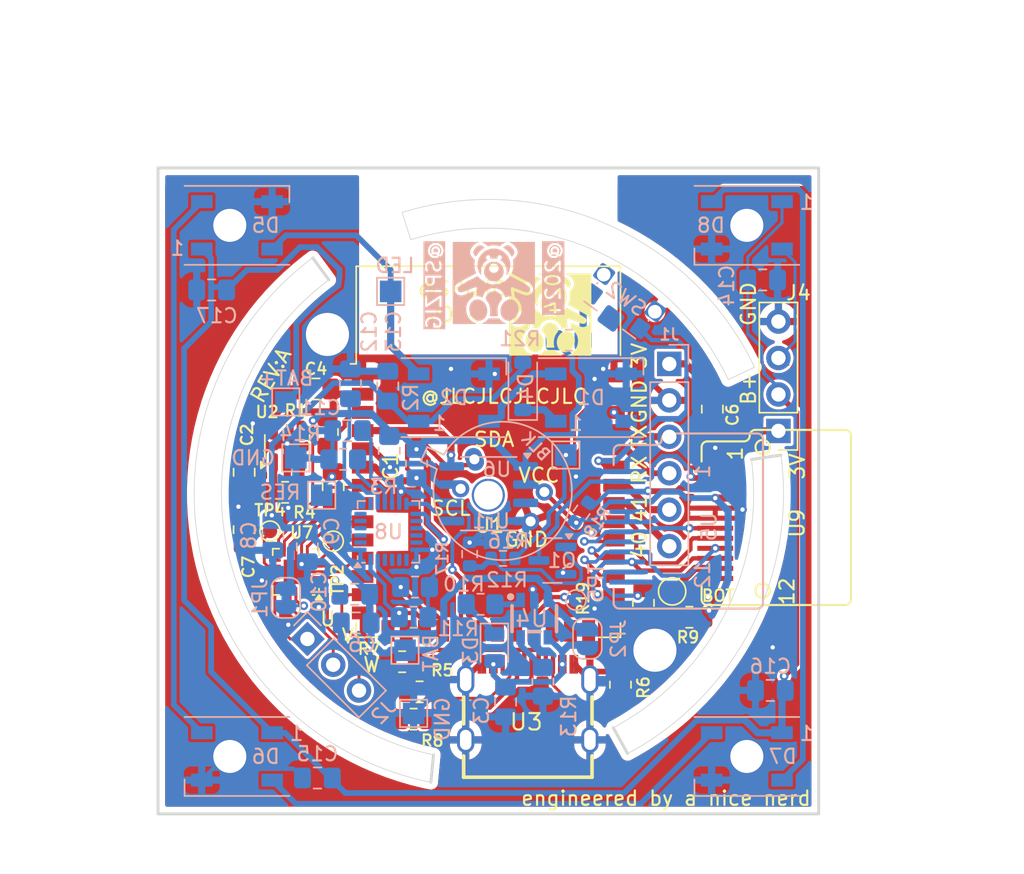
<source format=kicad_pcb>
(kicad_pcb (version 20240108) (generator "pcbnew") (generator_version "8.0")
  (layers (0 "F.Cu" signal) (31 "B.Cu" signal) (34 "B.Paste" user) (35 "F.Paste" user) (36 "B.SilkS" user "B.Silkscreen") (37 "F.SilkS" user "F.Silkscreen") (38 "B.Mask" user) (39 "F.Mask" user) (44 "Edge.Cuts" user))
  (net 0 "")
  (net 1 "/SW_X")
  (net 2 "Net-(U1-EN)")
  (net 3 "GND")
  (net 4 "Net-(U2-EN)")
  (net 5 "/DP")
  (net 6 "+3.3VP")
  (net 7 "Net-(U1-GPIO20{slash}U1CTS{slash}ADC2_CH9{slash}CLK_OUT1{slash}USB_D+)")
  (net 8 "/DN")
  (net 9 "Net-(U1-GPIO19{slash}U1RTS{slash}ADC2_CH8{slash}CLK_OUT2{slash}USB_D-)")
  (net 10 "+5VD")
  (net 16 "Net-(U3-CC2)")
  (net 19 "Net-(U3-CC1)")
  (net 20 "/GPIO43")
  (net 21 "/GPIO44")
  (net 22 "Net-(U8-REGOUT)")
  (net 25 "/GPIO40")
  (net 27 "Net-(D1-DOUT)")
  (net 28 "Net-(D2-DOUT)")
  (net 29 "+BATT")
  (net 30 "Net-(D3-K)")
  (net 31 "Net-(U4-CHRG)")
  (net 32 "Net-(U4-PROG)")
  (net 33 "/SDA")
  (net 34 "/LEDK")
  (net 35 "Net-(Q1-G)")
  (net 36 "/BLK")
  (net 37 "/TFT_DC")
  (net 38 "/TFT_CS")
  (net 39 "/SCK")
  (net 40 "/MOSI")
  (net 41 "/TFT_RST")
  (net 42 "Net-(U5-~{RESET})")
  (net 43 "Net-(R21-Pad2)")
  (net 47 "/MAG_DO")
  (net 48 "/MAG_CLK")
  (net 49 "/MAG_CSN")
  (net 51 "Net-(U7-1.8VOUT)")
  (net 52 "Net-(U7-VCP)")
  (net 53 "/BLDC_U")
  (net 54 "/TMC_UL")
  (net 55 "/TMC_UH")
  (net 56 "/TMC_WL")
  (net 57 "/TMC_WH")
  (net 58 "/BLDC_V")
  (net 59 "/TMC_VH")
  (net 60 "/TMC_VL")
  (net 61 "/TMC_DIAG")
  (net 62 "/BLDC_W")
  (net 63 "/SCL")
  (net 64 "/LED_WS2812")
  (net 71 "/INT_MP6050")
  (net 80 "Net-(U8-AD0)")
  (net 81 "Net-(JP1-A)")
  (net 82 "Net-(D1-VDD)")
  (net 83 "Net-(D5-DOUT)")
  (net 84 "Net-(D7-DOUT)")
  (net 85 "Net-(D6-DOUT)")
  (net 86 "Net-(D8-DOUT)")
  (net 87 "/LEDA")
  (net 88 "/GPIO41")
  (net 89 "/TFT2_CS")
  (net 90 "Net-(U1-GPIO21)")
  (footprint "Package_TO_SOT_SMD:SOT-23-5" (layer "F.Cu") (at 100 76.4 90)
    (property "Reference" "U2")
    (property "Value" "RT9013")
  )
  (footprint "Capacitor_SMD:C_0805_2012Metric_Pad1.18x1.45mm_HandSolder" (layer "F.Cu") (at 97 82.2 -90)
    (property "Reference" "C7")
    (property "Value" "100nF")
  )
  (footprint "Resistor_SMD:R_0805_2012Metric" (layer "F.Cu") (at 124.8 87.3 -90)
    (property "Reference" "R19")
    (property "Value" "0R")
  )
  (footprint "Resistor_SMD:R_0805_2012Metric" (layer "F.Cu") (at 109.2125 93.5)
    (property "Reference" "R5")
    (property "Value" "5k11")
  )
  (footprint "Resistor_SMD:R_0805_2012Metric_Pad1.20x1.40mm_HandSolder" (layer "F.Cu") (at 128 88.3)
    (property "Reference" "R9")
    (property "Value" "10K")
  )
  (footprint "TestPoint:TestPoint_Pad_D1.0mm" (layer "F.Cu") (at 103.2 83)
    (property "Reference" "TP2")
    (property "Value" "TestPoint")
  )
  (footprint "TestPoint:TestPoint_Pad_D1.0mm" (layer "F.Cu") (at 98.8 82.3)
    (property "Reference" "TP4")
    (property "Value" "TestPoint")
  )
  (footprint "tp4056:USB-C_SMD-TYPE-C-31-M-12" (layer "F.Cu") (at 116.75 94.2115)
    (property "Reference" "U3")
    (property "Value" "KoreanHropartsElecTYPE-C-31-M-12" (hide yes))
  )
  (footprint "Resistor_SMD:R_0805_2012Metric_Pad1.20x1.40mm_HandSolder" (layer "F.Cu") (at 102.8 75.4 90)
    (property "Reference" "R1")
    (property "Value" "10K")
  )
  (footprint "Capacitor_SMD:C_0805_2012Metric_Pad1.18x1.45mm_HandSolder" (layer "F.Cu") (at 103.2 79.2 90)
    (property "Reference" "C1")
    (property "Value" "100nF")
  )
  (footprint "open-Smartwatch:GC9A01_IPS_display_reversed" (layer "F.Cu") (at 130.05 81.75 -90)
    (property "Reference" "U9")
    (property "Value" "GC9A01_IPS_display")
  )
  (footprint "Resistor_SMD:R_0805_2012Metric_Pad1.20x1.40mm_HandSolder" (layer "F.Cu") (at 108.8 95.4 180)
    (property "Reference" "R8")
    (property "Value" "0R")
  )
  (footprint "Package_DFN_QFN:WQFN-20-1EP_3x3mm_P0.4mm_EP1.7x1.7mm" (layer "F.Cu") (at 100.6 85.1375 180)
    (property "Reference" "U7")
    (property "Value" "~")
  )
  (footprint "TestPoint:TestPoint_Pad_D1.5mm" (layer "F.Cu") (at 126.8 86.5)
    (property "Reference" "BOT")
    (property "Value" "TestPoint")
  )
  (footprint "baer_klein:baerklein" (layer "F.Cu") (at 118.3 67.2)
    (property "Reference" "TP1" (hide yes))
    (property "Value" "BaerLogo" (hide yes))
  )
  (footprint "Resistor_SMD:R_0805_2012Metric_Pad1.20x1.40mm_HandSolder" (layer "F.Cu") (at 108 91.4)
    (property "Reference" "R7")
    (property "Value" "0R")
  )
  (footprint "tp4056:ESP32-S3-WROOM-1" (layer "F.Cu") (at 114 76.75)
    (property "Reference" "U1")
    (property "Value" "ESP32-S3-WROOM-1-Espressif")
  )
  (footprint "Capacitor_SMD:C_0805_2012Metric_Pad1.18x1.45mm_HandSolder" (layer "F.Cu") (at 129.6 73.8 90)
    (property "Reference" "C6")
    (property "Value" "100nF")
  )
  (footprint "Resistor_SMD:R_0805_2012Metric" (layer "F.Cu") (at 123.2 93 90)
    (property "Reference" "R6")
    (property "Value" "5k11")
  )
  (footprint "Resistor_SMD:R_0805_2012Metric_Pad1.20x1.40mm_HandSolder" (layer "F.Cu") (at 99.85 79.6 180)
    (property "Reference" "R4")
    (property "Value" "10k")
  )
  (footprint "Connector_PinHeader_2.54mm:PinHeader_1x04_P2.54mm_Vertical" (layer "F.Cu") (at 134.2 75.32 180)
    (property "Reference" "J4")
    (property "Value" "Conn_01x04_Pin" (hide yes))
  )
  (footprint "Capacitor_SMD:C_0805_2012Metric_Pad1.18x1.45mm_HandSolder" (layer "F.Cu") (at 97 78.2 -90)
    (property "Reference" "C2")
    (property "Value" "4.7uF50V")
  )
  (footprint "Capacitor_SMD:C_0805_2012Metric_Pad1.18x1.45mm_HandSolder" (layer "F.Cu") (at 102 72.4)
    (property "Reference" "C4")
    (property "Value" "100nF")
  )
  (footprint "Resistor_SMD:R_0805_2012Metric_Pad1.20x1.40mm_HandSolder" (layer "B.Cu") (at 119.6 69)
    (property "Reference" "R21")
    (property "Value" "100K")
  )
  (footprint "Capacitor_SMD:C_0805_2012Metric_Pad1.18x1.45mm_HandSolder" (layer "B.Cu") (at 104.2 75.3)
    (property "Reference" "C11")
    (property "Value" "100nF")
  )
  (footprint "Capacitor_SMD:C_0805_2012Metric_Pad1.18x1.45mm_HandSolder" (layer "B.Cu") (at 133.6375 93.4 180)
    (property "Reference" "C16")
    (property "Value" "100nF")
  )
  (footprint "Resistor_SMD:R_0805_2012Metric_Pad1.20x1.40mm_HandSolder" (layer "B.Cu") (at 113.46 87.4)
    (property "Reference" "R12")
    (property "Value" "1K")
  )
  (footprint "open-Smartwatch:GC9A01_IPS_display" (layer "B.Cu") (at 123.925 82 90)
    (property "Reference" "U5")
    (property "Value" "GC9A01_IPS_display")
  )
  (footprint "Resistor_SMD:R_0603_1608Metric" (layer "B.Cu") (at 115.025 84.2)
    (property "Reference" "R16")
    (property "Value" "10k")
  )
  (footprint "LED_SMD:LED_WS2812B_PLCC4_5.0x5.0mm_P3.2mm" (layer "B.Cu") (at 132 61 180)
    (property "Reference" "D8")
    (property "Value" "WS2812B")
  )
  (footprint "MLX90640:MLX90640" (layer "B.Cu") (at 114.131269 77.113181 -70)
    (property "Reference" "Ur1")
    (property "Value" "MLX90640")
  )
  (footprint "LED_SMD:LED_WS2812B_PLCC4_5.0x5.0mm_P3.2mm" (layer "B.Cu") (at 111.6 73)
    (property "Reference" "D2")
    (property "Value" "WS2812B" (hide yes))
  )
  (footprint "LED_SMD:LED_WS2812B_PLCC4_5.0x5.0mm_P3.2mm" (layer "B.Cu") (at 96.5 98 180)
    (property "Reference" "D6")
    (property "Value" "WS2812B")
  )
  (footprint "Capacitor_SMD:C_0805_2012Metric_Pad1.18x1.45mm_HandSolder" (layer "B.Cu") (at 94.7375 65.5 180)
    (property "Reference" "C17")
    (property "Value" "100nF")
  )
  (footprint "Jumper:SolderJumper-2_P1.3mm_Bridged_RoundedPad1.0x1.5mm" (layer "B.Cu") (at 99.9 86.95 90)
    (property "Reference" "JP1")
    (property "Value" "Jumper_2_Open")
  )
  (footprint "Capacitor_SMD:C_0805_2012Metric_Pad1.18x1.45mm_HandSolder" (layer "B.Cu") (at 115.2 94.2 -90)
    (property "Reference" "C3")
    (property "Value" "100nF")
  )
  (footprint "Capacitor_SMD:C_0805_2012Metric_Pad1.18x1.45mm_HandSolder" (layer "B.Cu") (at 104.7 86.7)
    (property "Reference" "C10")
    (property "Value" "22uF")
  )
  (footprint "Capacitor_SMD:C_0805_2012Metric_Pad1.18x1.45mm_HandSolder" (layer "B.Cu") (at 99 82.6 -90)
    (property "Reference" "C8")
    (property "Value" "22uF")
  )
  (footprint "Resistor_SMD:R_0805_2012Metric_Pad1.20x1.40mm_HandSolder" (layer "B.Cu") (at 117.8 92.8 -90)
    (property "Reference" "R13")
    (property "Value" "1K")
  )
  (footprint "Capacitor_SMD:C_0805_2012Metric_Pad1.18x1.45mm_HandSolder" (layer "B.Cu") (at 101.4 83.4 -90)
    (property "Reference" "C9")
    (property "Value" "100nF")
  )
  (footprint "TestPoint:TestPoint_Pad_1.5x1.5mm" (layer "B.Cu") (at 119.4 77 180)
    (property "Reference" "BLK")
    (property "Value" "TestPoint")
  )
  (footprint "Connector_PinHeader_2.54mm:PinHeader_1x06_P2.54mm_Vertical" (layer "B.Cu") (at 126.6 70.65 180)
    (property "Reference" "J1")
    (property "Value" "Conn_01x06_Female")
  )
  (footprint "Package_TO_SOT_SMD:SOT-23" (layer "B.Cu") (at 118.4625 84.35 180)
    (property "Reference" "Q1")
    (property "Value" "2N7002")
  )
  (footprint "Resistor_SMD:R_0805_2012Metric_Pad1.20x1.40mm_HandSolder" (layer "B.Cu") (at 103.9 77.3 180)
    (property "Reference" "R14")
    (property "Value" "10k")
  )
  (footprint "TestPoint:TestPoint_Pad_1.5x1.5mm" (layer "B.Cu") (at 107.2 65.6 180)
    (property "Reference" "LED")
    (property "Value" "TestPoint")
  )
  (footprint "baer_klein:baerklein" (layer "B.Cu") (at 114.4 65 180)
    (property "Reference" "TP3" (hide yes))
    (property "Value" "BaerLogo" (hide yes))
  )
  (footprint "tp4056:SW_SPST_CK_KMS2xxGP" (layer "B.Cu") (at 123.375352 66.33218 -36)
    (property "Reference" "SW2")
    (property "Value" "SW_Push")
  )
  (footprint "TestPoint:TestPoint_Pad_1.5x1.5mm" (layer "B.Cu") (at 100.6 77.2 180)
    (property "Reference" "GND")
    (property "Value" "TestPoint")
  )
  (footprint "Resistor_SMD:R_0805_2012Metric_Pad1.20x1.40mm_HandSolder" (layer "B.Cu") (at 109 77.6 -90)
    (property "Reference" "R2")
    (property "Value" "10k")
  )
  (footprint "tp4056:SOT-23-5_L3.0-W1.7-P0.95-LS2.8-BR" (layer "B.Cu") (at 117.2 88.4 90)
    (property "Reference" "U4")
    (property "Value" "TP4065" (hide yes))
  )
  (footprint "Capacitor_SMD:C_0805_2012Metric_Pad1.18x1.45mm_HandSolder" (layer "B.Cu") (at 107 72.2 90)
    (property "Reference" "C13")
    (property "Value" "100nF")
  )
  (footprint "Resistor_SMD:R_0805_2012Metric_Pad1.20x1.40mm_HandSolder" (layer "B.Cu") (at 108.8 88.3 180)
    (property "Reference" "R11")
    (property "Value" "10k")
  )
  (footprint "LED_SMD:LED_WS2812B_PLCC4_5.0x5.0mm_P3.2mm" (layer "B.Cu") (at 96.5 61)
    (property "Reference" "D5")
    (property "Value" "WS2812B")
  )
  (footprint "TestPoint:TestPoint_Pad_1.5x1.5mm" (layer "B.Cu") (at 108.8 95 180)
    (property "Reference" "GND")
    (property "Value" "TestPoint")
  )
  (footprint "Sensor_Motion:InvenSense_QFN-24_4x4mm_P0.5mm" (layer "B.Cu") (at 107.05 82.35)
    (property "Reference" "U8")
    (property "Value" "MPU-6050")
  )
  (footprint "TestPoint:TestPoint_Pad_1.5x1.5mm" (layer "B.Cu") (at 108.2 90.6 180)
    (property "Reference" "BAT")
    (property "Value" "TestPoint" (hide yes))
  )
  (footprint "Jumper:SolderJumper-2_P1.3mm_Open_RoundedPad1.0x1.5mm" (layer "B.Cu") (at 120.9 89.8 90)
    (property "Reference" "JP2")
    (property "Value" "Jumper_2_Open")
  )
  (footprint "Capacitor_SMD:C_0805_2012Metric_Pad1.18x1.45mm_HandSolder" (layer "B.Cu") (at 104.8 88.7)
    (property "Reference" "C5")
    (property "Value" "100nF")
  )
  (footprint "Resistor_SMD:R_0603_1608Metric" (layer "B.Cu") (at 112.7 83.9 -90)
    (property "Reference" "R17")
    (property "Value" "1M")
  )
  (footprint "Capacitor_SMD:C_0805_2012Metric_Pad1.18x1.45mm_HandSolder" (layer "B.Cu") (at 104.4 72.0375 90)
    (property "Reference" "C12")
    (property "Value" "100nF")
  )
  (footprint "TestPoint:TestPoint_Pad_1.5x1.5mm" (layer "B.Cu") (at 102.4 79.8 180)
    (property "Reference" "RES")
    (property "Value" "TestPoint")
  )
  (footprint "TestPoint:TestPoint_Pad_D1.0mm" (layer "B.Cu") (at 120.1 87.1 180)
    (property "Reference" "TP5")
    (property "Value" "TestPoint")
  )
  (footprint "LED_SMD:LED_WS2812B_PLCC4_5.0x5.0mm_P3.2mm" (layer "B.Cu") (at 121.15 73)
    (property "Reference" "D1")
    (property "Value" "WS2812B")
  )
  (footprint "Capacitor_SMD:C_0805_2012Metric_Pad1.18x1.45mm_HandSolder" (layer "B.Cu") (at 102.1 99.5 180)
    (property "Reference" "C15")
    (property "Value" "100nF")
  )
  (footprint "TestPoint:TestPoint_Pad_1.5x1.5mm" (layer "B.Cu") (at 99.9 73.3 180)
    (property "Reference" "BAT+")
    (property "Value" "TestPoint")
  )
  (footprint "Resistor_SMD:R_0805_2012Metric_Pad1.20x1.40mm_HandSolder" (layer "B.Cu") (at 108.9 86.2 180)
    (property "Reference" "R10")
    (property "Value" "10k")
  )
  (footprint "Resistor_SMD:R_0805_2012Metric_Pad1.20x1.40mm_HandSolder" (layer "B.Cu") (at 107.1 76.7 -90)
    (property "Reference" "R3")
    (property "Value" "10k")
  )
  (footprint "LED_SMD:LED_0805_2012Metric" (layer "B.Cu") (at 114.42 90.42 -90)
    (property "Reference" "D3")
    (property "Value" "LED")
  )
  (footprint "LED_SMD:LED_WS2812B_PLCC4_5.0x5.0mm_P3.2mm" (layer "B.Cu") (at 132 98 180)
    (property "Reference" "D7")
    (property "Value" "WS2812B")
  )
  (footprint "Capacitor_SMD:C_0805_2012Metric_Pad1.18x1.45mm_HandSolder" (layer "B.Cu") (at 133.1 64.8)
    (property "Reference" "C14")
    (property "Value" "100nF")
  )
  (footprint "Resistor_SMD:R_0603_1608Metric" (layer "B.Cu") (at 120.5 81 55)
    (property "Reference" "R18")
    (property "Value" "22")
  )
  (footprint "Connector_PinHeader_2.54mm:PinHeader_1x03_P2.54mm_Vertical" (layer "B.Cu") (at 101.403949 89.814555 -135)
    (property "Reference" "J2")
    (property "Value" "Conn_01x03_Pin")
  )
  (footprint "Package_SO:SO-8_3.9x4.9mm_P1.27mm" (layer "B.Cu") (at 114.025 79.695 180)
    (property "Reference" "U6")
    (property "Value" "MT6701CT")
  )
  (footprint "Diode_SMD:D_SOD-123" (layer "B.Cu") (at 116.4 72.2 90)
    (property "Reference" "D4")
    (property "Value" "MBR0530")
  )
  (gr_arc (start 110 99.8) (mid 94.022276 84.200849) (end 101.7684 63.257622) (stroke (width 0.05)) (layer "Edge.Cuts"))
  (gr_arc (start 132.321276 77.310268) (mid 130.427533 88.156721) (end 122.7 96) (stroke (width 0.05)) (layer "Edge.Cuts"))
  (gr_line (start 132.321276 77.310268) (end 134.375699 77.003214) (stroke (width 0.2)) (layer "Edge.Cuts"))
  (gr_arc (start 110.182432 97.883678) (mid 95.854315 83.694257) (end 102.900001 64.800001) (stroke (width 0.05)) (layer "Edge.Cuts"))
  (gr_line (start 110.182432 97.883678) (end 110 99.8) (stroke (width 0.2)) (layer "Edge.Cuts"))
  (gr_arc (start 108.6 62.000001) (mid 121.46341 62.76638) (end 130.707798 71.743904) (stroke (width 0.05)) (layer "Edge.Cuts"))
  (gr_line (start 108.6 62.000001) (end 108 60.1) (stroke (width 0.05)) (layer "Edge.Cuts"))
  (gr_arc (start 108 60.1) (mid 122.273565 60.92732) (end 132.534981 70.883347) (stroke (width 0.05)) (layer "Edge.Cuts"))
  (gr_line (start 122.7 96) (end 123.7 97.8) (stroke (width 0.2)) (layer "Edge.Cuts"))
  (gr_arc (start 134.375699 77.003214) (mid 132.287317 89.06967) (end 123.7 97.8) (stroke (width 0.05)) (layer "Edge.Cuts"))
  (gr_line (start 130.707798 71.743904) (end 132.534981 70.883347) (stroke (width 0.05)) (layer "Edge.Cuts"))
  (gr_line (start 102.900001 64.800001) (end 101.7684 63.257622) (stroke (width 0.2)) (layer "Edge.Cuts"))
  (gr_rect (start 91 57) (end 137 102) (stroke (width 0.2)) (fill none) (layer "Edge.Cuts"))
  (gr_text "@2024" (at 119.1 62 90) (layer "B.SilkS" knockout) (effects (font (size 1 1)) (justify left bottom mirror)))
  (gr_text "@SPIZIG" (at 110.8 62 90) (layer "B.SilkS" knockout) (effects (font (size 1 1)) (justify left bottom mirror)))
  (gr_text "TX" (at 125.1 76.7 90) (layer "F.SilkS") (effects (font (size 1 1)) (justify left bottom)))
  (gr_text "GND" (at 132.7 68.1 90) (layer "F.SilkS") (effects (font (size 1 1)) (justify left bottom)))
  (gr_text "3V" (at 125.1 71.1 90) (layer "F.SilkS") (effects (font (size 1 1)) (justify left bottom)))
  (gr_text "SCL" (at 109.9 81.3 0) (layer "F.SilkS") (effects (font (size 1 1)) (justify left bottom)))
  (gr_text "GND" (at 115.025 83.47 0) (layer "F.SilkS") (effects (font (size 1 1)) (justify left bottom)))
  (gr_text "@JLCJLCJLCJLC" (at 109.2 73.5 0) (layer "F.SilkS") (effects (font (size 1 1)) (justify left bottom)))
  (gr_text "41" (at 125.1 81.8 90) (layer "F.SilkS") (effects (font (size 1 1)) (justify left bottom)))
  (gr_text "V" (at 103.7 90.2 0) (layer "F.SilkS") (effects (font (size 1 1)) (justify left bottom)))
  (gr_text "3V" (at 136.1 78.8 90) (layer "F.SilkS") (effects (font (size 1 1)) (justify left bottom)))
  (gr_text "40" (at 125.1 84.3 90) (layer "F.SilkS") (effects (font (size 1 1)) (justify left bottom)))
  (gr_text "B+" (at 132.7 73.6 90) (layer "F.SilkS") (effects (font (size 1 1)) (justify left bottom)))
  (gr_text "@SPIZIG" (at 109 66 0) (layer "F.SilkS") (effects (font (size 1 1)) (justify left bottom)))
  (gr_text "RX" (at 125.1 79.1 90) (layer "F.SilkS") (effects (font (size 1 1)) (justify left bottom)))
  (gr_text "U" (at 102.2 89 0) (layer "F.SilkS") (effects (font (size 1 1)) (justify left bottom)))
  (gr_text "GND" (at 125.1 74.9 90) (layer "F.SilkS") (effects (font (size 1 1)) (justify left bottom)))
  (gr_text "SDA" (at 112.9 76.5 0) (layer "F.SilkS") (effects (font (size 1 1)) (justify left bottom)))
  (gr_text "2024" (at 109.6 67.8 0) (layer "F.SilkS") (effects (font (size 1 1)) (justify left bottom)))
  (gr_text "REV:A" (at 98.3 73.6 60) (layer "F.SilkS") (effects (font (size 1 1)) (justify left bottom)))
  (gr_text "W" (at 105.2 92.2 0) (layer "F.SilkS") (effects (font (size 1 1)) (justify left bottom)))
  (gr_text "VCC" (at 116 79 0) (layer "F.SilkS") (effects (font (size 1 1)) (justify left bottom)))
  (gr_text "engineered by a nice nerd" (at 116.2 101.5 0) (layer "F.SilkS") (effects (font (size 1 1)) (justify left bottom)))
  (via (at 114 79.8) (size 2.3) (drill 2) (layers "F.Cu" "B.Cu") (net 0))
  (segment (start 122.115197 77.84) (end 121.676132 77.400935) (width 0.2) (layer "F.Cu") (net 1))
  (via (at 121.676132 77.400935) (size 0.6) (drill 0.3) (layers "F.Cu" "B.Cu") (net 1))
  (segment (start 127.8 74) (end 127.32 74.48) (width 0.4) (layer "B.Cu") (net 1))
  (segment (start 122.849065 77.400935) (end 121.676132 77.400935) (width 0.4) (layer "B.Cu") (net 1))
  (segment (start 127.8 74) (end 127.8 69.6) (width 0.3) (layer "B.Cu") (net 1))
  (segment (start 127.32 74.48) (end 125.77 74.48) (width 0.4) (layer "B.Cu") (net 1))
  (segment (start 127.2 69) (end 125.379255 69) (width 0.3) (layer "B.Cu") (net 1))
  (segment (start 127.8 69.6) (end 127.2 69) (width 0.3) (layer "B.Cu") (net 1))
  (segment (start 125.379255 69) (end 124.563608 68.184353) (width 0.3) (layer "B.Cu") (net 1))
  (segment (start 125.77 74.48) (end 122.849065 77.400935) (width 0.4) (layer "B.Cu") (net 1))
  (segment (start 104 75) (end 102.8 76.2) (width 0.3) (layer "F.Cu") (net 2))
  (segment (start 105.25 74.03) (end 104.62 74.03) (width 0.3) (layer "F.Cu") (net 2))
  (segment (start 104 74.65) (end 104 75) (width 0.3) (layer "F.Cu") (net 2))
  (segment (start 104.62 74.03) (end 104 74.65) (width 0.3) (layer "F.Cu") (net 2))
  (segment (start 102.8 78.1625) (end 103.2 78.5625) (width 0.5) (layer "F.Cu") (net 2))
  (segment (start 102.8 76.8) (end 102.8 78.1625) (width 0.5) (layer "F.Cu") (net 2))
  (segment (start 103.2 77) (end 102.6 77.6) (width 0.2) (layer "F.Cu") (net 2))
  (segment (start 102.8 76.2) (end 102.8 76.4) (width 0.3) (layer "F.Cu") (net 2))
  (via (at 103.115634 78.5) (size 0.6) (drill 0.3) (layers "F.Cu" "B.Cu") (net 2))
  (segment (start 102.4 79.215634) (end 103.115634 78.5) (width 0.3) (layer "B.Cu") (net 2))
  (segment (start 99.8 87.7) (end 99.8 88.55147) (width 0.2) (layer "F.Cu") (net 3))
  (segment (start 98.688738 76.525) (end 98.813738 76.4) (width 0.3) (layer "F.Cu") (net 3))
  (segment (start 120.1 91.5775) (end 120.1 91.6705) (width 0.4) (layer "F.Cu") (net 3))
  (segment (start 98.433482 85.5375) (end 98.233482 85.7375) (width 0.2) (layer "F.Cu") (net 3))
  (segment (start 116.943435 81.62336) (end 118.125 82.804925) (width 0.5) (layer "F.Cu") (net 3))
  (segment (start 100.6 83.675) (end 100.6 82.8375) (width 0.2) (layer "F.Cu") (net 3))
  (segment (start 108.3 93.5) (end 109.3 92.5) (width 0.2) (layer "F.Cu") (net 3))
  (segment (start 100.2 83.2375) (end 100.6 82.8375) (width 0.2) (layer "F.Cu") (net 3))
  (segment (start 110.1 83.6) (end 112.2 83.6) (width 0.3) (layer "F.Cu") (net 3))
  (segment (start 102.2 87.25) (end 101.55 86.6) (width 0.3) (layer "F.Cu") (net 3))
  (segment (start 109.15 84.65) (end 109 84.8) (width 0.3) (layer "F.Cu") (net 3))
  (segment (start 109.3 92.5) (end 112.2795 92.5) (width 0.2) (layer "F.Cu") (net 3))
  (segment (start 112.2795 92.5) (end 112.425 92.6455) (width 0.2) (layer "F.Cu") (net 3))
  (segment (start 99.95 80.55) (end 100.075735 80.675735) (width 0.2) (layer "F.Cu") (net 3))
  (segment (start 99.8 87.7) (end 99.8 88.2) (width 0.2) (layer "F.Cu") (net 3))
  (segment (start 118.125 82.804925) (end 118.125 84.125) (width 0.5) (layer "F.Cu") (net 3))
  (segment (start 100.6 83.675) (end 100.6 84.2) (width 0.2) (layer "F.Cu") (net 3))
  (segment (start 124.9 71.49) (end 122.75 71.49) (width 0.4) (layer "F.Cu") (net 3))
  (segment (start 123.2 92.0875) (end 121.633 92.0875) (width 0.4) (layer "F.Cu") (net 3))
  (segment (start 118.125 84.125) (end 119.2 85.2) (width 0.5) (layer "F.Cu") (net 3))
  (segment (start 99.95 77.5875) (end 99.95 80.55) (width 0.2) (layer "F.Cu") (net 3))
  (segment (start 100.2 83.675) (end 100.2 83.2375) (width 0.2) (layer "F.Cu") (net 3))
  (segment (start 121.2 82.4) (end 121.164579 82.364579) (width 0.3) (layer "F.Cu") (net 3))
  (segment (start 97.6 75.436262) (end 97.6 74.8) (width 0.2) (layer "F.Cu") (net 3))
  (segment (start 121.164579 82.364579) (end 117.684654 82.364579) (width 0.3) (layer "F.Cu") (net 3))
  (segment (start 109.15 80.775) (end 109.15 84.65) (width 0.3) (layer "F.Cu") (net 3))
  (segment (start 98.688738 76.525) (end 97.6 75.436262) (width 0.2) (layer "F.Cu") (net 3))
  (segment (start 120.1 91.6705) (end 121.075 92.6455) (width 0.4) (layer "F.Cu") (net 3))
  (segment (start 126.6 73.19) (end 124.9 71.49) (width 0.4) (layer "F.Cu") (net 3))
  (segment (start 117.684654 82.364579) (end 116.943435 81.62336) (width 0.3) (layer "F.Cu") (net 3))
  (segment (start 100.6 84.2) (end 101 84.6) (width 0.2) (layer "F.Cu") (net 3))
  (segment (start 122.75 71.49) (end 123.58 71.49) (width 0.5) (layer "F.Cu") (net 3))
  (segment (start 102.2 87.6) (end 102.2 87.25) (width 0.3) (layer "F.Cu") (net 3))
  (segment (start 100.6 82.8375) (end 103.2 80.2375) (width 0.2) (layer "F.Cu") (net 3))
  (segment (start 112.2 83.6) (end 112.7 83.1) (width 0.3) (layer "F.Cu") (net 3))
  (segment (start 99.8 88.55147) (end 100.074265 88.825735) (width 0.2) (layer "F.Cu") (net 3))
  (segment (start 129.7 85.7) (end 129.8 85.6) (width 0.3) (layer "F.Cu") (net 3))
  (segment (start 99.1375 85.5375) (end 98.433482 85.5375) (width 0.2) (layer "F.Cu") (net 3))
  (segment (start 99.8 76.4) (end 100 76.2) (width 0.3) (layer "F.Cu") (net 3))
  (segment (start 107.925 79.55) (end 109.15 80.775) (width 0.3) (layer "F.Cu") (net 3))
  (segment (start 129.3 86.9) (end 129.7 86.5) (width 0.3) (layer "F.Cu") (net 3))
  (segment (start 121.633 92.0875) (end 121.075 92.6455) (width 0.4) (layer "F.Cu") (net 3))
  (segment (start 98.813738 76.4) (end 99.8 76.4) (width 0.3) (layer "F.Cu") (net 3))
  (segment (start 129.7 86.5) (end 129.7 85.7) (width 0.3) (layer "F.Cu") (net 3))
  (segment (start 99.8 86.6) (end 99.8 87.7) (width 0.2) (layer "F.Cu") (net 3))
  (segment (start 97.0375 77.2) (end 98.013738 77.2) (width 0.3) (layer "F.Cu") (net 3))
  (segment (start 112.425 92.5525) (end 113.4 91.5775) (width 0.4) (layer "F.Cu") (net 3))
  (segment (start 99.6 72.8) (end 97.6 74.8) (width 0.4) (layer "F.Cu") (net 3))
  (segment (start 98.013738 77.2) (end 98.688738 76.525) (width 0.3) (layer "F.Cu") (net 3))
  (segment (start 99.8 88.2) (end 100 88.4) (width 0.2) (layer "F.Cu") (net 3))
  (segment (start 100.9625 72.8) (end 99.6 72.8) (width 0.4) (layer "F.Cu") (net 3))
  (via (at 121.4 87.7) (size 0.6) (drill 0.3) (layers "F.Cu" "B.Cu") (net 3))
  (via (at 129.8 76.5) (size 0.6) (drill 0.3) (layers "F.Cu" "B.Cu") (net 3))
  (via (at 97.6 74.8) (size 0.6) (drill 0.3) (layers "F.Cu" "B.Cu") (net 3))
  (via (at 131.7 80.8) (size 0.6) (drill 0.3) (layers "F.Cu" "B.Cu") (net 3))
  (via (at 109 84.8) (size 0.6) (drill 0.3) (layers "F.Cu" "B.Cu") (net 3))
  (via (at 102.8 68.6) (size 3.3) (drill 3) (layers "F.Cu" "B.Cu") (net 3))
  (via (at 119.2 85.2) (size 0.6) (drill 0.3) (layers "F.Cu" "B.Cu") (net 3))
  (via (at 132 61) (size 2.6) (drill 2.3) (layers "F.Cu" "B.Cu") (net 3))
  (via (at 121.2 82.4) (size 0.6) (drill 0.3) (layers "F.Cu" "B.Cu") (net 3))
  (via (at 112.7 83.1) (size 0.6) (drill 0.3) (layers "F.Cu" "B.Cu") (net 3))
  (via (at 121.4 71.7) (size 0.6) (drill 0.3) (layers "F.Cu" "B.Cu") (net 3))
  (via (at 96 98) (size 2.6) (drill 2.3) (layers "F.Cu" "B.Cu") (net 3))
  (via (at 122 71) (size 0.6) (drill 0.3) (layers "F.Cu" "B.Cu") (net 3))
  (via (at 110.1 83.6) (size 0.6) (drill 0.3) (layers "F.Cu" "B.Cu") (net 3))
  (via (at 101 84.6) (size 0.6) (drill 0.3) (layers "F.Cu" "B.Cu") (net 3))
  (via (at 100.075735 80.675735) (size 0.6) (drill 0.3) (layers "F.Cu" "B.Cu") (net 3))
  (via (at 102.2 87.6) (size 0.6) (drill 0.3) (layers "F.Cu" "B.Cu") (net 3))
  (via (at 114.45 71.35) (size 0.6) (drill 0.3) (layers "F.Cu" "B.Cu") (net 3))
  (via (at 132 98) (size 2.6) (drill 2.3) (layers "F.Cu" "B.Cu") (net 3))
  (via (at 117.094669 86.355331) (size 0.6) (drill 0.3) (layers "F.Cu" "B.Cu") (net 3))
  (via (at 125.6 90.6) (size 3.3) (drill 3) (layers "F.Cu" "B.Cu") (net 3))
  (via (at 96.6 80.6) (size 0.6) (drill 0.3) (layers "F.Cu" "B.Cu") (net 3))
  (via (at 133.8 90.4) (size 0.6) (drill 0.3) (layers "F.Cu" "B.Cu") (net 3))
  (via (at 98.233482 85.7375) (size 0.6) (drill 0.3) (layers "F.Cu" "B.Cu") (net 3))
  (via (at 120.1 78.5) (size 0.5) (drill 0.3) (layers "F.Cu" "B.Cu") (net 3))
  (via (at 96 61) (size 2.6) (drill 2.3) (layers "F.Cu" "B.Cu") (net 3))
  (via (at 100 76.2) (size 0.6) (drill 0.3) (layers "F.Cu" "B.Cu") (net 3))
  (via (at 111.4 71) (size 0.6) (drill 0.3) (layers "F.Cu" "B.Cu") (net 3))
  (via (at 100.074265 88.825735) (size 0.6) (drill 0.3) (layers "F.Cu" "B.Cu") (net 3))
  (via (at 107.925 79.55) (size 0.6) (drill 0.3) (layers "F.Cu" "B.Cu") (net 3))
  (via (at 129.3 86.9) (size 0.6) (drill 0.3) (layers "F.Cu" "B.Cu") (net 3))
  (segment (start 127.375 88.2) (end 127.775 88.6) (width 0.5) (layer "B.Cu") (net 3))
  (segment (start 109 83.6) (end 110.1 83.6) (width 0.3) (layer "B.Cu") (net 3))
  (segment (start 113.711056 90.52) (end 112.425 91.806056) (width 0.3) (layer "B.Cu") (net 3))
  (segment (start 121.8 78.35) (end 122 78.15) (width 0.3) (layer "B.Cu") (net 3))
  (segment (start 108.8 95) (end 111.1545 92.6455) (width 0.5) (layer "B.Cu") (net 3))
  (segment (start 126.025 88.2) (end 127.375 88.2) (width 0.5) (layer "B.Cu") (net 3))
  (segment (start 103.1625 75.3) (end 103.1625 77.0375) (width 0.3) (layer "B.Cu") (net 3))
  (segment (start 117.2 87.9) (end 116.25 88.85) (width 0.3) (layer "B.Cu") (net 3))
  (segment (start 94.05 99.65) (end 94.85 98.85) (width 0.3) (layer "B.Cu") (net 3))
  (segment (start 116.25 88.85) (end 115.6 88.85) (width 0.3) (layer "B.Cu") (net 3))
  (segment (start 129.3 86.9) (end 129.11459 87.08541) (width 0.5) (layer "B.Cu") (net 3))
  (segment (start 107.8 79.675) (end 107.925 79.55) (width 0.3) (layer "B.Cu") (net 3))
  (segment (start 114.928944 90.52) (end 113.711056 90.52) (width 0.3) (layer "B.Cu") (net 3))
  (segment (start 107 71.1625) (end 104.5625 71.1625) (width 0.5) (layer "B.Cu") (net 3))
  (segment (start 101.1 77.3) (end 100 76.2) (width 0.3) (layer "B.Cu") (net 3))
  (segment (start 109.8 92.4) (end 109.8 92.8) (width 0.2) (layer "B.Cu") (net 3))
  (segment (start 109 83.6) (end 109 84.8) (width 0.3) (layer "B.Cu") (net 3))
  (segment (start 127.775 90.642577) (end 125.417577 93) (width 0.25) (layer "B.Cu") (net 3))
  (segment (start 121.95 81.65) (end 121.2 82.4) (width 0.3) (layer "B.Cu") (net 3))
  (segment (start 115.6 88.85) (end 115.6 89.848944) (width 0.3) (layer "B.Cu") (net 3))
  (segment (start 117.2 87.1) (end 117.2 86.460662) (width 0.3) (layer "B.Cu") (net 3))
  (segment (start 127.775 88.6) (end 127.775 90.642577) (width 0.25) (layer "B.Cu") (net 3))
  (segment (start 120.25 78.35) (end 121.8 78.35) (width 0.3) (layer "B.Cu") (net 3))
  (segment (start 117.2 86.460662) (end 117.094669 86.355331) (width 0.3) (layer "B.Cu") (net 3))
  (segment (start 114.375 81.6) (end 116.6 81.6) (width 0.5) (layer "B.Cu") (net 3))
  (segment (start 117.2 87.1) (end 117.2 87.9) (width 0.3) (layer "B.Cu") (net 3))
  (segment (start 100.3 80.9) (end 100.075735 80.675735) (width 0.3) (layer "B.Cu") (net 3))
  (segment (start 129.06016 87.08541) (end 128.620821 87.524749) (width 0.5) (layer "B.Cu") (net 3))
  (segment (start 94.85 98.85) (end 100.4125 98.85) (width 0.3) (layer "B.Cu") (net 3))
  (segment (start 125.417577 93) (end 121.4295 93) (width 0.25) (layer "B.Cu") (net 3))
  (segment (start 128.620821 87.524749) (end 128.620821 87.579179) (width 0.5) (layer "B.Cu") (net 3))
  (segment (start 115.6 89.848944) (end 114.928944 90.52) (width 0.3) (layer "B.Cu") (net 3))
  (segment (start 100.074265 88.825735) (end 100.587527 88.312473) (width 0.2) (layer "B.Cu") (net 3))
  (segment (start 112.9 83.075) (end 114.375 81.6) (width 0.5) (layer "B.Cu") (net 3))
  (segment (start 107.8 80.4) (end 107.8 79.675) (width 0.3) (layer "B.Cu") (net 3))
  (segment (start 112.425 91.806056) (end 112.425 92.6455) (width 0.3) (layer "B.Cu") (net 3))
  (segment (start 100.587527 88.312473) (end 101.487527 88.312473) (width 0.2) (layer "B.Cu") (net 3))
  (segment (start 122 78.15) (end 123.675 78.15) (width 0.3) (layer "B.Cu") (net 3))
  (segment (start 102.9 77.3) (end 101.1 77.3) (width 0.3) (layer "B.Cu") (net 3))
  (segment (start 120.1 78.5) (end 120.25 78.35) (width 0.3) (layer "B.Cu") (net 3))
  (segment (start 104.57188 83.6) (end 101.87188 80.9) (width 0.3) (layer "B.Cu") (net 3))
  (segment (start 123.675 81.65) (end 124.95 81.65) (width 0.25) (layer "B.Cu") (net 3))
  (segment (start 123.675 81.65) (end 121.95 81.65) (width 0.3) (layer "B.Cu") (net 3))
  (segment (start 129.11459 87.08541) (end 129.06016 87.08541) (width 0.5) (layer "B.Cu") (net 3))
  (segment (start 123.675 80.95) (end 123.675 81.65) (width 0.25) (layer "B.Cu") (net 3))
  (segment (start 101.87188 80.9) (end 100.3 80.9) (width 0.3) (layer "B.Cu") (net 3))
  (segment (start 101.487527 88.312473) (end 102.2 87.6) (width 0.2) (layer "B.Cu") (net 3))
  (segment (start 105.1 83.6) (end 104.57188 83.6) (width 0.3) (layer "B.Cu") (net 3))
  (segment (start 100.4125 98.85) (end 101.0625 99.5) (width 0.3) (layer "B.Cu") (net 3))
  (segment (start 111.1545 92.6455) (end 112.425 92.6455) (width 0.5) (layer "B.Cu") (net 3))
  (segment (start 104.5625 71.1625) (end 104.4 71) (width 0.5) (layer "B.Cu") (net 3))
  (segment (start 128.620821 87.579179) (end 125.6 90.6) (width 0.5) (layer "B.Cu") (net 3))
  (segment (start 100.95 77.5375) (end 100.95 79.55) (width 0.5) (layer "F.Cu") (net 4))
  (segment (start 116.55 90.5775) (end 116.5 90.6275) (width 0.3) (layer "F.Cu") (net 5))
  (segment (start 116.45 90.5775) (end 109.8 90.5775) (width 0.3) (layer "F.Cu") (net 5))
  (segment (start 117.5 90.5775) (end 116.55 90.5775) (width 0.3) (layer "F.Cu") (net 5))
  (segment (start 116.5 90.6275) (end 116.45 90.5775) (width 0.3) (layer "F.Cu") (net 5))
  (segment (start 117.5 91.5775) (end 117.5 90.5775) (width 0.3) (layer "F.Cu") (net 5))
  (segment (start 116.5 90.6275) (end 116.5 91.5775) (width 0.3) (layer "F.Cu") (net 5))
  (segment (start 109.8 90.5775) (end 108.7775 91.6) (width 0.3) (layer "F.Cu") (net 5))
  (segment (start 131.492665 77.639266) (end 131.489861 77.53921) (width 0.5) (layer "F.Cu") (net 6))
  (segment (start 131.05 74.3125) (end 131.05 75.05) (width 0.5) (layer "F.Cu") (net 6))
  (segment (start 101.20043 80.834315) (end 101.775 80.259744) (width 0.2) (layer "F.Cu") (net 6))
  (segment (start 103.2 74) (end 103 74) (width 0.5) (layer "F.Cu") (net 6))
  (segment (start 131.32 75.32) (end 134.2 75.32) (width 0.5) (layer "F.Cu") (net 6))
  (segment (start 99.4 84.075) (end 99.4 82.834314) (width 0.2) (layer "F.Cu") (net 6))
  (segment (start 131.454884 79.997145) (end 131.5 79.952029) (width 0.5) (layer "F.Cu") (net 6))
  (segment (start 131.5 77.646601) (end 131.492665 77.639266) (width 0.5) (layer "F.Cu") (net 6))
  (segment (start 99.1375 84.3375) (end 99.4 84.075) (width 0.2) (layer "F.Cu") (net 6))
  (segment (start 131.05 75.05) (end 131.32 75.32) (width 0.5) (layer "F.Cu") (net 6))
  (segment (start 131.5 75.5) (end 131.05 75.05) (width 0.5) (layer "F.Cu") (net 6))
  (segment (start 126.6 70.65) (end 127.75 70.65) (width 0.5) (layer "F.Cu") (net 6))
  (segment (start 101.775 74.625) (end 101.8 74.6) (width 0.2) (layer "F.Cu") (net 6))
  (segment (start 129.8 73.0625) (end 131.05 74.3125) (width 0.5) (layer "F.Cu") (net 6))
  (segment (start 99.4 82.834314) (end 101.20043 81.033884) (width 0.2) (layer "F.Cu") (net 6))
  (segment (start 105.25 72.76) (end 103.0775 72.76) (width 0.5) (layer "F.Cu") (net 6))
  (segment (start 100.3125 74) (end 99.05 75.2625) (width 0.5) (layer "F.Cu") (net 6))
  (segment (start 109.75 81.740291) (end 109.75 77.35) (width 0.5) (layer "F.Cu") (net 6))
  (segment (start 131.489861 77.53921) (end 131.445327 77.344117) (width 0.5) (layer "F.Cu") (net 6))
  (segment (start 131.5 79.952029) (end 131.5 77.646601) (width 0.5) (layer "F.Cu") (net 6))
  (segment (start 103.2 74) (end 103.2 72.9625) (width 0.5) (layer "F.Cu") (net 6))
  (segment (start 110.887136 82.877427) (end 109.75 81.740291) (width 0.5) (layer "F.Cu") (net 6))
  (segment (start 101.20043 81.033884) (end 101.20043 80.834315) (width 0.2) (layer "F.Cu") (net 6))
  (segment (start 129.8 72.7) (end 129.8 73.0625) (width 0.5) (layer "F.Cu") (net 6))
  (segment (start 117.899712 79.57262) (end 120.041671 81.714579) (width 0.3) (layer "F.Cu") (net 6))
  (segment (start 101.775 80.259744) (end 101.775 74.625) (width 0.2) (layer "F.Cu") (net 6))
  (segment (start 127.75 70.65) (end 129.8 72.7) (width 0.5) (layer "F.Cu") (net 6))
  (segment (start 101.8 74.6) (end 102.4 74) (width 0.4) (layer "F.Cu") (net 6))
  (segment (start 131.425 80) (end 131.454884 79.997145) (width 0.5) (layer "F.Cu") (net 6))
  (segment (start 109.75 77.35) (end 109 76.6) (width 0.5) (layer "F.Cu") (net 6))
  (segment (start 120.041671 81.714579) (end 120.126799 81.714579) (width 0.3) (layer "F.Cu") (net 6))
  (segment (start 131.425 80) (end 131.5 79.925) (width 0.5) (layer "F.Cu") (net 6))
  (segment (start 131.5 79.925) (end 131.5 75.5) (width 0.5) (layer "F.Cu") (net 6))
  (segment (start 129.8 80) (end 131.425 80) (width 0.5) (layer "F.Cu") (net 6))
  (segment (start 103 74) (end 100.3125 74) (width 0.5) (layer "F.Cu") (net 6))
  (via (at 120.126799 81.714579) (size 0.6) (drill 0.3) (layers "F.Cu" "B.Cu") (net 6))
  (via (at 110.887136 82.877427) (size 0.6) (drill 0.3) (layers "F.Cu" "B.Cu") (net 6))
  (via (at 101.8 74.6) (size 0.6) (drill 0.3) (layers "F.Cu" "B.Cu") (net 6))
  (via (at 129.370821 87.83541) (size 0.6) (drill 0.3) (layers "F.Cu" "B.Cu") (net 6))
  (via (at 129.8 80) (size 0.6) (drill 0.3) (layers "F.Cu" "B.Cu") (net 6))
  (via (at 109 76.6) (size 0.6) (drill 0.3) (layers "F.Cu" "B.Cu") (net 6))
  (segment (start 119.85 71.13995) (end 119.85 70.25) (width 0.4) (layer "B.Cu") (net 6))
  (segment (start 130.7 85.622938) (end 130.593633 85.927731) (width 0.5) (layer "B.Cu") (net 6))
  (segment (start 110.887136 84.72898) (end 109.8 85.816116) (width 0.25) (layer "B.Cu") (net 6))
  (segment (start 122.425 80.25) (end 123.675 80.25) (width 0.3) (layer "B.Cu") (net 6))
  (segment (start 104.325 75.775) (end 104.325 73.475) (width 0.25) (layer "B.Cu") (net 6))
  (segment (start 130.7 80.9) (end 130.7 85.622938) (width 0.5) (layer "B.Cu") (net 6))
  (segment (start 117.387092 79.06) (end 117.899712 79.57262) (width 0.2) (layer "B.Cu") (net 6))
  (segment (start 120.3 73.7) (end 120.3 71.58995) (width 0.4) (layer "B.Cu") (net 6))
  (segment (start 114.3 76) (end 109.6 76) (width 0.5) (layer "B.Cu") (net 6))
  (segment (start 127.75 80) (end 129.8 80) (width 0.4) (layer "B.Cu") (net 6))
  (segment (start 116.09 77.79) (end 114.3 76) (width 0.5) (layer "B.Cu") (net 6))
  (segment (start 126.059364 79.56) (end 125.369364 80.25) (width 0.4) (layer "B.Cu") (net 6))
  (segment (start 102.2875 74.1125) (end 105.859378 74.1125) (width 0.5) (layer "B.Cu") (net 6))
  (segment (start 119.85 75.5) (end 119.85 74.15) (width 0.4) (layer "B.Cu") (net 6))
  (segment (start 109.52812 81.1) (end 109 81.1) (width 0.3) (layer "B.Cu") (net 6))
  (segment (start 130.593633 85.927731) (end 130.285878 86.693101) (width 0.5) (layer "B.Cu") (net 6))
  (segment (start 125.369364 80.25) (end 123.675 80.25) (width 0.4) (layer "B.Cu") (net 6))
  (segment (start 105.859378 74.1125) (end 107.1 75.353122) (width 0.5) (layer "B.Cu") (net 6))
  (segment (start 127.75 80) (end 127.31 79.56) (width 0.4) (layer "B.Cu") (net 6))
  (segment (start 123.675 80.25) (end 122.45 80.25) (width 0.3) (layer "B.Cu") (net 6))
  (segment (start 116.6 79.06) (end 116.6 77.79) (width 0.5) (layer "B.Cu") (net 6))
  (segment (start 130.285878 86.693101) (end 129.942852 87.443305) (width 0.5) (layer "B.Cu") (net 6))
  (segment (start 110.887136 82.877427) (end 109.775 81.765291) (width 0.3) (layer "B.Cu") (net 6))
  (segment (start 109.8 85.816116) (end 109.8 88.3) (width 0.25) (layer "B.Cu") (net 6))
  (segment (start 127.31 79.56) (end 126.059364 79.56) (width 0.4) (layer "B.Cu") (net 6))
  (segment (start 119.85 74.15) (end 120.3 73.7) (width 0.4) (layer "B.Cu") (net 6))
  (segment (start 121.964003 80.928891) (end 121.392894 81.5) (width 0.3) (layer "B.Cu") (net 6))
  (segment (start 116.6 77.79) (end 116.6 77) (width 0.4) (layer "B.Cu") (net 6))
  (segment (start 116.6 77) (end 118 75.6) (width 0.4) (layer "B.Cu") (net 6))
  (segment (start 105.128248 79.2) (end 104.544544 79.2) (width 0.3) (layer "B.Cu") (net 6))
  (segment (start 109.775 81.34688) (end 109.52812 81.1) (width 0.3) (layer "B.Cu") (net 6))
  (segment (start 109.775 81.765291) (end 109.775 81.34688) (width 0.3) (layer "B.Cu") (net 6))
  (segment (start 129.8 80) (end 130.7 80.9) (width 0.5) (layer "B.Cu") (net 6))
  (segment (start 119.75 75.6) (end 119.85 75.5) (width 0.4) (layer "B.Cu") (net 6))
  (segment (start 102.2875 74.1125) (end 101.8 74.6) (width 0.5) (layer "B.Cu") (net 6))
  (segment (start 103.975 78.630456) (end 103.975 76.125) (width 0.25) (layer "B.Cu") (net 6))
  (segment (start 109.6 76) (end 109 76.6) (width 0.5) (layer "B.Cu") (net 6))
  (segment (start 121.964003 80.735997) (end 121.964003 80.928891) (width 0.3) (layer "B.Cu") (net 6))
  (segment (start 116.6 77.79) (end 116.09 77.79) (width 0.5) (layer "B.Cu") (net 6))
  (segment (start 107.1 75.353122) (end 107.1 75.7) (width 0.5) (layer "B.Cu") (net 6))
  (segment (start 116.6 79.06) (end 117.387092 79.06) (width 0.2) (layer "B.Cu") (net 6))
  (segment (start 108.1 75.7) (end 109 76.6) (width 0.5) (layer "B.Cu") (net 6))
  (segment (start 122.45 80.25) (end 121.964003 80.735997) (width 0.3) (layer "B.Cu") (net 6))
  (segment (start 106.3 80.4) (end 106.3 79.7) (width 0.3) (layer "B.Cu") (net 6))
  (segment (start 120.3 71.58995) (end 119.85 71.13995) (width 0.4) (layer "B.Cu") (net 6))
  (segment (start 104.544544 79.2) (end 104.2 78.855456) (width 0.3) (layer "B.Cu") (net 6))
  (segment (start 121.392894 81.5) (end 120.5026 81.5) (width 0.3) (layer "B.Cu") (net 6))
  (segment (start 103.975 76.125) (end 104.325 75.775) (width 0.25) (layer "B.Cu") (net 6))
  (segment (start 118 75.6) (end 119.75 75.6) (width 0.4) (layer "B.Cu") (net 6))
  (segment (start 106.225 79.625) (end 105.553248 79.625) (width 0.3) (layer "B.Cu") (net 6))
  (segment (start 120.5026 81.5) (end 120.126799 81.875801) (width 0.3) (layer "B.Cu") (net 6))
  (segment (start 107.1 75.7) (end 108.1 75.7) (width 0.5) (layer "B.Cu") (net 6))
  (segment (start 110.887136 82.877427) (end 110.887136 84.72898) (width 0.25) (layer "B.Cu") (net 6))
  (segment (start 106.3 79.7) (end 106.225 79.625) (width 0.3) (layer "B.Cu") (net 6))
  (segment (start 119.85 70.25) (end 118.6 69) (width 0.4) (layer "B.Cu") (net 6))
  (segment (start 104.2 78.855456) (end 103.975 78.630456) (width 0.25) (layer "B.Cu") (net 6))
  (segment (start 105.553248 79.625) (end 105.128248 79.2) (width 0.3) (layer "B.Cu") (net 6))
  (segment (start 129.942852 87.443305) (end 129.565282 88.176751) (width 0.5) (layer "B.Cu") (net 6))
  (segment (start 105.25 88) (end 105.25 89.485) (width 0.4) (layer "F.Cu") (net 7))
  (segment (start 107 91.235) (end 107 91.4) (width 0.4) (layer "F.Cu") (net 7))
  (segment (start 105.25 89.485) (end 107 91.235) (width 0.4) (layer "F.Cu") (net 7))
  (segment (start 115.78875 92.78875) (end 115.78875 92.91125) (width 0.3) (layer "F.Cu") (net 8))
  (segment (start 112.1 94.6) (end 111.3 95.4) (width 0.3) (layer "F.Cu") (net 8))
  (segment (start 116 92.5775) (end 116 91.5775) (width 0.3) (layer "F.Cu") (net 8))
  (segment (start 109.8 95.4) (end 110 95.4) (width 0.2) (layer "F.Cu") (net 8))
  (segment (start 117 91.5775) (end 117 92.5775) (width 0.3) (layer "F.Cu") (net 8))
  (segment (start 111.3 95.4) (end 109.8 95.4) (width 0.3) (layer "F.Cu") (net 8))
  (segment (start 117 92.5775) (end 116.78875 92.78875) (width 0.3) (layer "F.Cu") (net 8))
  (segment (start 114.1 94.6) (end 112.1 94.6) (width 0.3) (layer "F.Cu") (net 8))
  (segment (start 115.88875 92.68875) (end 116 92.5775) (width 0.3) (layer "F.Cu") (net 8))
  (segment (start 115.78875 92.78875) (end 115.88875 92.68875) (width 0.3) (layer "F.Cu") (net 8))
  (segment (start 115.78875 92.91125) (end 114.1 94.6) (width 0.3) (layer "F.Cu") (net 8))
  (segment (start 116.78875 92.78875) (end 115.78875 92.78875) (width 0.3) (layer "F.Cu") (net 8))
  (segment (start 115.88875 92.697741) (end 115.88875 92.68875) (width 0.2) (layer "F.Cu") (net 8))
  (segment (start 107.8 95.4) (end 107.8 94.984744) (width 0.2) (layer "F.Cu") (net 9))
  (segment (start 103.8 87.23) (end 104.3 86.73) (width 0.2) (layer "F.Cu") (net 9))
  (segment (start 107.8 94.984744) (end 107.2 94.384744) (width 0.2) (layer "F.Cu") (net 9))
  (segment (start 107.2 94.384744) (end 107.2 93.784744) (width 0.2) (layer "F.Cu") (net 9))
  (segment (start 105.396051 91.980795) (end 105.396051 90.396051) (width 0.2) (layer "F.Cu") (net 9))
  (segment (start 107.2 93.784744) (end 105.396051 91.980795) (width 0.2) (layer "F.Cu") (net 9))
  (segment (start 104.3 86.73) (end 105.25 86.73) (width 0.2) (layer "F.Cu") (net 9))
  (segment (start 105.396051 90.396051) (end 103.8 88.8) (width 0.2) (layer "F.Cu") (net 9))
  (segment (start 103.8 88.8) (end 103.8 87.23) (width 0.2) (layer "F.Cu") (net 9))
  (segment (start 114.2 91.5775) (end 114.349998 91.5775) (width 0.3) (layer "F.Cu") (net 10))
  (via (at 114.349998 91.5775) (size 0.6) (drill 0.3) (layers "F.Cu" "B.Cu") (net 10))
  (via (at 119.149998 91.5775) (size 0.6) (drill 0.3) (layers "F.Cu" "B.Cu") (net 10))
  (segment (start 119.149998 90.699998) (end 119.149998 91.5775) (width 0.4) (layer "B.Cu") (net 10))
  (segment (start 118.526166 92.8) (end 115.5625 92.8) (width 0.4) (layer "B.Cu") (net 10))
  (segment (start 120.85 90.25) (end 119.599996 90.25) (width 0.5) (layer "B.Cu") (net 10))
  (segment (start 119.149998 91.5775) (end 119.149998 92.176168) (width 0.4) (layer "B.Cu") (net 10))
  (segment (start 118.15 89.7) (end 119.149998 90.699998) (width 0.4) (layer "B.Cu") (net 10))
  (segment (start 119.599996 90.25) (end 119.149998 90.699998) (width 0.5) (layer "B.Cu") (net 10))
  (segment (start 119.149998 92.176168) (end 118.526166 92.8) (width 0.4) (layer "B.Cu") (net 10))
  (segment (start 114.349998 92.312498) (end 115.2 93.1625) (width 0.4) (layer "B.Cu") (net 10))
  (segment (start 114.349998 91.5775) (end 114.349998 92.312498) (width 0.4) (layer "B.Cu") (net 10))
  (segment (start 119.879195 94.4) (end 118.5 93.020805) (width 0.2) (layer "F.Cu") (net 16))
  (segment (start 123.2 93.9125) (end 122.7125 94.4) (width 0.2) (layer "F.Cu") (net 16))
  (segment (start 118.5 93.020805) (end 118.5 91.5775) (width 0.2) (layer "F.Cu") (net 16))
  (segment (start 122.7125 94.4) (end 119.879195 94.4) (width 0.2) (layer "F.Cu") (net 16))
  (segment (start 111.233 93.9455) (end 110.6 93.3125) (width 0.2) (layer "F.Cu") (net 19))
  (segment (start 115.5 92.441104) (end 114.575 93.366104) (width 0.2) (layer "F.Cu") (net 19))
  (segment (start 114.075305 93.9455) (end 111.233 93.9455) (width 0.2) (layer "F.Cu") (net 19))
  (segment (start 114.575 93.445805) (end 114.075305 93.9455) (width 0.2) (layer "F.Cu") (net 19))
  (segment (start 115.5 91.5775) (end 115.5 92.441104) (width 0.2) (layer "F.Cu") (net 19))
  (segment (start 114.575 93.366104) (end 114.575 93.445805) (width 0.2) (layer "F.Cu") (net 19))
  (segment (start 124.07 75.73) (end 126.6 75.73) (width 0.5) (layer "F.Cu") (net 20))
  (segment (start 123.64 75.3) (end 124.07 75.73) (width 0.5) (layer "F.Cu") (net 20))
  (segment (start 122.75 75.3) (end 123.64 75.3) (width 0.5) (layer "F.Cu") (net 20))
  (segment (start 125.28 78.27) (end 126.6 78.27) (width 0.4) (layer "F.Cu") (net 21))
  (segment (start 124.6 77.59) (end 125.28 78.27) (width 0.4) (layer "F.Cu") (net 21))
  (segment (start 122.75 76.57) (end 123.58 76.57) (width 0.5) (layer "F.Cu") (net 21))
  (segment (start 123.58 76.57) (end 124.6 77.59) (width 0.5) (layer "F.Cu") (net 21))
  (segment (start 107.3 79.2) (end 107.3 80.4) (width 0.25) (layer "B.Cu") (net 22))
  (segment (start 105.825 78.553248) (end 105.896752 78.625) (width 0.25) (layer "B.Cu") (net 22))
  (segment (start 106.725 78.625) (end 107.3 79.2) (width 0.25) (layer "B.Cu") (net 22))
  (segment (start 105.896752 78.625) (end 106.725 78.625) (width 0.25) (layer "B.Cu") (net 22))
  (segment (start 105.2375 75.3) (end 105.825 75.8875) (width 0.25) (layer "B.Cu") (net 22))
  (segment (start 105.825 75.8875) (end 105.825 78.553248) (width 0.25) (layer "B.Cu") (net 22))
  (segment (start 123.63 80.38) (end 122.75 80.38) (width 0.5) (layer "F.Cu") (net 25))
  (segment (start 126.35 83.6) (end 126.6 83.35) (width 0.5) (layer "F.Cu") (net 25))
  (segment (start 126.6 83.35) (end 123.63 80.38) (width 0.5) (layer "F.Cu") (net 25))
  (segment (start 117.15 71.35) (end 114.9 73.6) (width 0.5) (layer "B.Cu") (net 27))
  (segment (start 114.9 73.6) (end 114.9 74.3) (width 0.5) (layer "B.Cu") (net 27))
  (segment (start 114.9 74.3) (end 114.55 74.65) (width 0.5) (layer "B.Cu") (net 27))
  (segment (start 114.55 74.65) (end 114.05 74.65) (width 0.5) (layer "B.Cu") (net 27))
  (segment (start 118.7 71.35) (end 117.15 71.35) (width 0.5) (layer "B.Cu") (net 27))
  (segment (start 107.2 69.4) (end 107.2 65.6) (width 0.5) (layer "B.Cu") (net 28))
  (segment (start 109.15 71.35) (end 107.2 69.4) (width 0.5) (layer "B.Cu") (net 28))
  (segment (start 107.2 64.1) (end 104.8 61.7) (width 0.4) (layer "B.Cu") (net 28))
  (segment (start 104.8 61.7) (end 99.9 61.7) (width 0.4) (layer "B.Cu") (net 28))
  (segment (start 99.9 61.7) (end 98.9 62.7) (width 0.4) (layer "B.Cu") (net 28))
  (segment (start 109.55 71.35) (end 109.15 71.35) (width 0.5) (layer "B.Cu") (net 28))
  (segment (start 107.2 65.6) (end 107.2 64.1) (width 0.4) (layer "B.Cu") (net 28))
  (segment (start 134.2 72.78) (end 135.45 74.03) (width 0.4) (layer "F.Cu") (net 29))
  (segment (start 97 79.6375) (end 98.9625 79.6375) (width 0.4) (layer "F.Cu") (net 29))
  (segment (start 135.45 91.55) (end 134.6 92.4) (width 0.4) (layer "F.Cu") (net 29))
  (segment (start 98.925 81.2) (end 98.925 79.675) (width 0.5) (layer "F.Cu") (net 29))
  (segment (start 135.45 74.03) (end 135.45 91.55) (width 0.4) (layer "F.Cu") (net 29))
  (segment (start 99.05 77.5375) (end 99.05 79.55) (width 0.5) (layer "F.Cu") (net 29))
  (via (at 134.6 92.4) (size 0.6) (drill 0.3) (layers "F.Cu" "B.Cu") (net 29))
  (via (at 98.925 81.2) (size 0.6) (drill 0.3) (layers "F.Cu" "B.Cu") (net 29))
  (segment (start 94.7 67.7) (end 94.7 65.3) (width 0.4) (layer "B.Cu") (net 29))
  (segment (start 108.2 90.6) (end 110.1 90.6) (width 0.5) (layer "B.Cu") (net 29))
  (segment (start 108.4125 74.65) (end 109.15 74.65) (width 0.4) (layer "B.Cu") (net 29))
  (segment (start 100.881079 62.518921) (end 99.3 64.1) (width 0.4) (layer "B.Cu") (net 29))
  (segment (start 132.0625 68.538706) (end 132.0625 64.8) (width 0.2) (layer "B.Cu") (net 29))
  (segment (start 100.225 85.975) (end 100.225 83.5375) (width 0.5) (layer "B.Cu") (net 29))
  (segment (start 94.7 63.3) (end 94.05 62.65) (width 0.4) (layer "B.Cu") (net 29))
  (segment (start 104.049406 100.549406) (end 123.450594 100.549406) (width 0.4) (layer "B.Cu") (net 29))
  (segment (start 123.450594 100.549406) (end 128.5 95.5) (width 0.4) (layer "B.Cu") (net 29))
  (segment (start 105.7375 86.7) (end 101.4 82.3625) (width 0.5) (layer "B.Cu") (net 29))
  (segment (start 98.925 76.28505) (end 100.905025 74.305025) (width 0.4) (layer "B.Cu") (net 29))
  (segment (start 103.638717 64.608692) (end 103.638717 64.083258) (width 0.4) (layer "B.Cu") (net 29))
  (segment (start 105.75 71.9875) (end 108.4125 74.65) (width 0.4) (layer "B.Cu") (net 29))
  (segment (start 100.225 83.5375) (end 101.4 82.3625) (width 0.5) (layer "B.Cu") (net 29))
  (segment (start 117.4 85.6) (end 118.15 86.35) (width 0.5) (layer "B.Cu") (net 29))
  (segment (start 118.15 86.35) (end 118.15 87.1) (width 0.5) (layer "B.Cu") (net 29))
  (segment (start 133.196878 71.29812) (end 133.196878 70.898579) (width 0.25) (layer "B.Cu") (net 29))
  (segment (start 132.876206 70.198667) (end 132.876206 69.7) (width 0.2) (layer "B.Cu") (net 29))
  (segment (start 133.05 69.526206) (end 132.0625 68.538706) (width 0.2) (layer "B.Cu") (net 29))
  (segment (start 94.7 65.3) (end 94.7 63.3) (width 0.4) (layer "B.Cu") (net 29))
  (segment (start 134.2 72.779999) (end 134.2 72.301242) (width 0.2) (layer "B.Cu") (net 29))
  (segment (start 120 88.95) (end 118.15 87.1) (width 0.5) (layer "B.Cu") (net 29))
  (segment (start 134.45 96.35) (end 132.75 96.35) (width 0.5) (layer "B.Cu") (net 29))
  (segment (start 128.5 95.5) (end 131.9 95.5) (width 0.4) (layer "B.Cu") (net 29))
  (segment (start 106.6 90.8) (end 107 90.8) (width 0.5) (layer "B.Cu") (net 29))
  (segment (start 134.45 96.35) (end 134.45 93.625) (width 0.5) (layer "B.Cu") (net 29))
  (segment (start 94.7 92.1) (end 94.7 89) (width 0.4) (layer "B.Cu") (net 29))
  (segment (start 107 90.8) (end 107.2 90.6) (width 0.5) (layer "B.Cu") (net 29))
  (segment (start 92.818498 87.118498) (end 92.818498 69.581502) (width 0.4) (layer "B.Cu") (net 29))
  (segment (start 98.95 96.35) (end 99.85 96.35) (width 0.4) (layer "B.Cu") (net 29))
  (segment (start 103.22255 71.9875) (end 105.75 71.9875) (width 0.4) (layer "B.Cu") (net 29))
  (segment (start 94.7 65.3) (end 95.575 65.3) (width 0.4) (layer "B.Cu") (net 29))
  (segment (start 99.9 86.3) (end 100.225 85.975) (width 0.5) (layer "B.Cu") (net 29))
  (segment (start 100.905025 74.305025) (end 103.22255 71.9875) (width 0.4) (layer "B.Cu") (net 29))
  (segment (start 99.3 64.1) (end 97.2 64.1) (width 0.4) (layer "B.Cu") (net 29))
  (segment (start 105.8375 88.7) (end 105.8375 90.0375) (width 0.5) (layer "B.Cu") (net 29))
  (segment (start 102.988665 65.61612) (end 103.557628 65.187077) (width 0.4) (layer "B.Cu") (net 29))
  (segment (start 95.575 65.3) (end 95.775 65.5) (width 0.4) (layer "B.Cu") (net 29))
  (segment (start 120.85 88.95) (end 120 88.95) (width 0.5) (layer "B.Cu") (net 29))
  (segment (start 103.557628 65.187077) (end 103.638717 64.608692) (width 0.4) (layer "B.Cu") (net 29))
  (segment (start 132.0625 68.538706) (end 133.025 69.501206) (width 0.25) (layer "B.Cu") (net 29))
  (segment (start 99.85 96.35) (end 104.049406 100.549406) (width 0.4) (layer "B.Cu") (net 29))
  (segment (start 99.8 82.075) (end 101.475 82.075) (width 0.5) (layer "B.Cu") (net 29))
  (segment (start 102.07438 62.518921) (end 100.881079 62.518921) (width 0.4) (layer "B.Cu") (net 29))
  (segment (start 133.18876 70.845937) (end 132.876206 70.198667) (width 0.2) (layer "B.Cu") (net 29))
  (segment (start 92.818498 69.581502) (end 94.7 67.7) (width 0.4) (layer "B.Cu") (net 29))
  (segment (start 132.0625 63.200242) (end 134.45 60.812742) (width 0.2) (layer "B.Cu") (net 29))
  (segment (start 134.6 93.325) (end 134.675 93.4) (width 0.4) (layer "B.Cu") (net 29))
  (segment (start 97.2 64.1) (end 95.8 65.5) (width 0.4) (layer "B.Cu") (net 29))
  (segment (start 134.6 92.4) (end 134.6 93.325) (width 0.4) (layer "B.Cu") (net 29))
  (segment (start 105.7375 86.7) (end 105.7375 88.6) (width 0.5) (layer "B.Cu") (net 29))
  (segment (start 116.4 71) (end 116.4 70.55) (width 0.4) (layer "B.Cu") (net 29))
  (segment (start 95.8 65.5) (end 95.775 65.5) (width 0.4) (layer "B.Cu") (net 29))
  (segment (start 134.2 72.78) (end 134.2 72.301242) (width 0.25) (layer "B.Cu") (net 29))
  (segment (start 99.9 73.3) (end 100.905025 74.305025) (width 0.5) (layer "B.Cu") (net 29))
  (segment (start 99.9 73.3) (end 100.62624 72.57376) (width 0.4) (layer "B.Cu") (net 29))
  (segment (start 98.925 81.2) (end 98.925 76.28505) (width 0.4) (layer "B.Cu") (net 29))
  (segment (start 98.925 81.2) (end 99.8 82.075) (width 0.5) (layer "B.Cu") (net 29))
  (segment (start 112.463122 85.6) (end 117.4 85.6) (width 0.5) (layer "B.Cu") (net 29))
  (segment (start 100.62624 72.57376) (end 100.62624 67.83951) (width 0.4) (layer "B.Cu") (net 29))
  (segment (start 101.718452 66.708963) (end 102.339989 66.148336) (width 0.4) (layer "B.Cu") (net 29))
  (segment (start 132.75 96.35) (end 131.9 95.5) (width 0.5) (layer "B.Cu") (net 29))
  (segment (start 133.05 69.526206) (end 132.876206 69.7) (width 0.2) (layer "B.Cu") (net 29))
  (segment (start 110.9 89.8) (end 110.9 87.163122) (width 0.5) (layer "B.Cu") (net 29))
  (segment (start 110.9 87.163122) (end 112.463122 85.6) (width 0.5) (layer "B.Cu") (net 29))
  (segment (start 109.15 74.65) (end 110.05 74.65) (width 0.4) (layer "B.Cu") (net 29))
  (segment (start 110.05 74.65) (end 111.6 73.1) (width 0.4) (layer "B.Cu") (net 29))
  (segment (start 134.45 60.812742) (end 134.45 59.35) (width 0.2) (layer "B.Cu") (net 29))
  (segment (start 132.0625 64.8) (end 132.0625 63.200242) (width 0.2) (layer "B.Cu") (net 29))
  (segment (start 102.339989 66.148336) (end 102.988665 65.61612) (width 0.4) (layer "B.Cu") (net 29))
  (segment (start 134.45 93.625) (end 134.675 93.4) (width 0.5) (layer "B.Cu") (net 29))
  (segment (start 94.7 89) (end 92.818498 87.118498) (width 0.4) (layer "B.Cu") (net 29))
  (segment (start 103.638717 64.083258) (end 102.07438 62.518921) (width 0.4) (layer "B.Cu") (net 29))
  (segment (start 111.6 73.1) (end 114.3 73.1) (width 0.4) (layer "B.Cu") (net 29))
  (segment (start 100.62624 67.83951) (end 101.123837 67.29807) (width 0.4) (layer "B.Cu") (net 29))
  (segment (start 101.123837 67.29807) (end 101.718452 66.708963) (width 0.4) (layer "B.Cu") (net 29))
  (segment (start 133.025 69.501206) (end 133.025 70.449314) (width 0.25) (layer "B.Cu") (net 29))
  (segment (start 107.2 90.6) (end 108.2 90.6) (width 0.5) (layer "B.Cu") (net 29))
  (segment (start 134.2 72.301242) (end 133.196878 71.29812) (width 0.25) (layer "B.Cu") (net 29))
  (segment (start 110.1 90.6) (end 110.9 89.8) (width 0.5) (layer "B.Cu") (net 29))
  (segment (start 114.3 73.1) (end 116.4 71) (width 0.4) (layer "B.Cu") (net 29))
  (segment (start 98.95 96.35) (end 94.7 92.1) (width 0.4) (layer "B.Cu") (net 29))
  (segment (start 105.8375 90.0375) (end 106.6 90.8) (width 0.5) (layer "B.Cu") (net 29))
  (segment (start 114.42 89.36) (end 112.46 87.4) (width 0.4) (layer "B.Cu") (net 30))
  (segment (start 114.46 87.4) (end 115.95 87.4) (width 0.4) (layer "B.Cu") (net 31))
  (segment (start 115.95 87.4) (end 116.25 87.1) (width 0.4) (layer "B.Cu") (net 31))
  (segment (start 117.8 91.8) (end 116.25 90.25) (width 0.4) (layer "B.Cu") (net 32))
  (segment (start 116.25 90.25) (end 116.25 89.7) (width 0.4) (layer "B.Cu") (net 32))
  (segment (start 108.942483 88.007483) (end 109.555 88.62) (width 0.3) (layer "F.Cu") (net 33))
  (segment (start 107.74881 88.007483) (end 108.942483 88.007483) (width 0.3) (layer "F.Cu") (net 33))
  (segment (start 109.555 88.62) (end 109.555 89.25) (width 0.3) (layer "F.Cu") (net 33))
  (via (at 107.8 88) (size 0.6) (drill 0.3) (layers "F.Cu" "B.Cu") (net 33))
  (segment (start 105.8 85.035226) (end 106.232387 85.467613) (width 0.3) (layer "B.Cu") (net 33))
  (segment (start 107.8 88.3) (end 106.8 87.3) (width 0.25) (layer "B.Cu") (net 33))
  (segment (start 105.8 84.3) (end 105.8 85.035226) (width 0.3) (layer "B.Cu") (net 33))
  (segment (start 106.8 86.035226) (end 106.232387 85.467613) (width 0.25) (layer "B.Cu") (net 33))
  (segment (start 106.8 87.3) (end 106.8 86.035226) (width 0.25) (layer "B.Cu") (net 33))
  (segment (start 129.8 78.6) (end 128.2 78.6) (width 0.4) (layer "F.Cu") (net 34))
  (segment (start 128.2 78.6) (end 128.1 78.5) (width 0.4) (layer "F.Cu") (net 34))
  (via (at 128.1 78.5) (size 0.6) (drill 0.3) (layers "F.Cu" "B.Cu") (net 34))
  (segment (start 118.8 81.157106) (end 119.8 80.157106) (width 0.3) (layer "B.Cu") (net 34))
  (segment (start 127.097057 77.07) (end 128.1 78.072943) (width 0.3) (layer "B.Cu") (net 34))
  (segment (start 121.1 78.85) (end 123.675 78.85) (width 0.3) (layer "B.Cu") (net 34))
  (segment (start 119.8 80.157106) (end 119.8 80.15) (width 0.3) (layer "B.Cu") (net 34))
  (segment (start 117.525 83.232106) (end 118.8 81.957106) (width 0.3) (layer "B.Cu") (net 34))
  (segment (start 123.675 78.85) (end 124.75 78.85) (width 0.3) (layer "B.Cu") (net 34))
  (segment (start 118.8 81.957106) (end 118.8 81.157106) (width 0.3) (layer "B.Cu") (net 34))
  (segment (start 119.8 80.15) (end 121.1 78.85) (width 0.3) (layer "B.Cu") (net 34))
  (segment (start 117.525 83.861592) (end 117.525 84.35) (width 0.25) (layer "B.Cu") (net 34))
  (segment (start 124.925 78.675) (end 125.275 78.675) (width 0.3) (layer "B.Cu") (net 34))
  (segment (start 117.525 83.861592) (end 117.525 83.232106) (width 0.3) (layer "B.Cu") (net 34))
  (segment (start 126.102943 77.07) (end 127.097057 77.07) (width 0.3) (layer "B.Cu") (net 34))
  (segment (start 125.4 78.55) (end 125.4 77.772943) (width 0.3) (layer "B.Cu") (net 34))
  (segment (start 125.4 77.772943) (end 126.102943 77.07) (width 0.3) (layer "B.Cu") (net 34))
  (segment (start 124.75 78.85) (end 124.925 78.675) (width 0.3) (layer "B.Cu") (net 34))
  (segment (start 125.275 78.675) (end 125.4 78.55) (width 0.3) (layer "B.Cu") (net 34))
  (segment (start 128.1 78.072943) (end 128.1 78.5) (width 0.3) (layer "B.Cu") (net 34))
  (segment (start 120.4625 85.650908) (end 120.4625 84.949092) (width 0.25) (layer "B.Cu") (net 35))
  (segment (start 120.188408 85.925) (end 120.4625 85.650908) (width 0.25) (layer "B.Cu") (net 35))
  (segment (start 114.2 84.2) (end 115 85) (width 0.25) (layer "B.Cu") (net 35))
  (segment (start 113.6 84.8) (end 114.2 84.2) (width 0.4) (layer "B.Cu") (net 35))
  (segment (start 117.686592 85) (end 118.611592 85.925) (width 0.25) (layer "B.Cu") (net 35))
  (segment (start 112.825 84.8) (end 113.6 84.8) (width 0.4) (layer "B.Cu") (net 35))
  (segment (start 118.611592 85.925) (end 120.188408 85.925) (width 0.25) (layer "B.Cu") (net 35))
  (segment (start 115 85) (end 117.686592 85) (width 0.25) (layer "B.Cu") (net 35))
  (segment (start 119.4 83.886592) (end 119.4 83.4) (width 0.25) (layer "B.Cu") (net 35))
  (segment (start 120.4625 84.949092) (end 119.4 83.886592) (width 0.25) (layer "B.Cu") (net 35))
  (segment (start 120 76.4) (end 119.4 77) (width 0.2) (layer "F.Cu") (net 36))
  (segment (start 120 74.56) (end 120 76.4) (width 0.2) (layer "F.Cu") (net 36))
  (segment (start 122.75 72.76) (end 121.8 72.76) (width 0.2) (layer "F.Cu") (net 36))
  (segment (start 121.8 72.76) (end 120 74.56) (width 0.2) (layer "F.Cu") (net 36))
  (via (at 119.4 77) (size 0.6) (drill 0.3) (layers "F.Cu" "B.Cu") (net 36))
  (segment (start 118.2 81.85) (end 118.2 81.05) (width 0.3) (layer "B.Cu") (net 36))
  (segment (start 118.2 81.05) (end 119.3 79.95) (width 0.3) (layer "B.Cu") (net 36))
  (segment (start 119.3 79.95) (end 119.3 77.7) (width 0.3) (layer "B.Cu") (net 36))
  (segment (start 119.3 77.7) (end 119 77.4) (width 0.3) (layer "B.Cu") (net 36))
  (segment (start 115.85 84.2) (end 118.2 81.85) (width 0.3) (layer "B.Cu") (net 36))
  (segment (start 122.445 83.225) (end 122.75 82.92) (width 0.3) (layer "F.Cu") (net 37))
  (segment (start 120.687851 83.014579) (end 120.930695 83.014579) (width 0.25) (layer "F.Cu") (net 37))
  (segment (start 120.941116 83.025) (end 122.645 83.025) (width 0.25) (layer "F.Cu") (net 37))
  (segment (start 120.930695 83.014579) (end 120.941116 83.025) (width 0.25) (layer "F.Cu") (net 37))
  (segment (start 122.645 83.025) (end 122.75 82.92) (width 0.25) (layer "F.Cu") (net 37))
  (segment (start 129.8 82.1) (end 128 82.1) (width 0.3) (layer "F.Cu") (net 37))
  (via (at 128 82.1) (size 0.6) (drill 0.3) (layers "F.Cu" "B.Cu") (net 37))
  (via (at 120.687851 83.014579) (size 0.6) (drill 0.3) (layers "F.Cu" "B.Cu") (net 37))
  (segment (start 125.225 82.35) (end 123.675 82.35) (width 0.3) (layer "B.Cu") (net 37))
  (segment (start 123.675 82.35) (end 122.433358 82.35) (width 0.3) (layer "B.Cu") (net 37))
  (segment (start 120.930695 83.014579) (end 120.941116 83.025) (width 0.25) (layer "B.Cu") (net 37))
  (segment (start 125.475 82.1) (end 125.225 82.35) (width 0.3) (layer "B.Cu") (net 37))
  (segment (start 120.687851 83.014579) (end 120.930695 83.014579) (width 0.25) (layer "B.Cu") (net 37))
  (segment (start 121.523004 83.025) (end 122.198004 82.35) (width 0.25) (layer "B.Cu") (net 37))
  (segment (start 122.198004 82.35) (end 123.675 82.35) (width 0.25) (layer "B.Cu") (net 37))
  (segment (start 128 82.1) (end 125.475 82.1) (width 0.3) (layer "B.Cu") (net 37))
  (segment (start 120.941116 83.025) (end 121.523004 83.025) (width 0.25) (layer "B.Cu") (net 37))
  (segment (start 121.205412 83.65) (end 121.755412 84.2) (width 0.25) (layer "F.Cu") (net 38))
  (segment (start 121.755412 84.2) (end 122.74 84.2) (width 0.25) (layer "F.Cu") (net 38))
  (via (at 121.205412 83.65) (size 0.6) (drill 0.3) (layers "F.Cu" "B.Cu") (net 38))
  (segment (start 122.238604 83.05) (end 123.675 83.05) (width 0.25) (layer "B.Cu") (net 38))
  (segment (start 121.205412 83.65) (end 121.638604 83.65) (width 0.25) (layer "B.Cu") (net 38))
  (segment (start 123.675 83.05) (end 122.440464 83.05) (width 0.3) (layer "B.Cu") (net 38))
  (segment (start 121.638604 83.65) (end 122.238604 83.05) (width 0.25) (layer "B.Cu") (net 38))
  (segment (start 121.86 85.46) (end 122.75 85.46) (width 0.25) (layer "F.Cu") (net 39))
  (segment (start 120.7 84.3) (end 121.86 85.46) (width 0.25) (layer "F.Cu") (net 39))
  (via (at 120.7 84.3) (size 0.6) (drill 0.3) (layers "F.Cu" "B.Cu") (net 39))
  (via (at 129.8 83.5) (size 0.6) (drill 0.3) (layers "F.Cu" "B.Cu") (net 39))
  (segment (start 123.675 83.75) (end 125.1 83.75) (width 0.3) (layer "B.Cu") (net 39))
  (segment (start 126.1 85.4) (end 127.9 85.4) (width 0.3) (layer "B.Cu") (net 39))
  (segment (start 125.275 84.575) (end 126.1 85.4) (width 0.3) (layer "B.Cu") (net 39))
  (segment (start 122.175 83.75) (end 123.675 83.75) (width 0.25) (layer "B.Cu") (net 39))
  (segment (start 125.275 83.925) (end 125.275 84.575) (width 0.3) (layer "B.Cu") (net 39))
  (segment (start 127.9 85.4) (end 129.8 83.5) (width 0.3) (layer "B.Cu") (net 39))
  (segment (start 125.1 83.75) (end 125.275 83.925) (width 0.3) (layer "B.Cu") (net 39))
  (segment (start 120.7 84.3) (end 120.849352 84.449352) (width 0.25) (layer "B.Cu") (net 39))
  (segment (start 120.849352 84.449352) (end 121.475648 84.449352) (width 0.25) (layer "B.Cu") (net 39))
  (segment (start 121.475648 84.449352) (end 122.175 83.75) (width 0.25) (layer "B.Cu") (net 39))
  (segment (start 124.600002 85.05) (end 124.000002 84.45) (width 0.3) (layer "F.Cu") (net 40))
  (segment (start 128.25 84.2) (end 127.4 85.05) (width 0.3) (layer "F.Cu") (net 40))
  (segment (start 129.8 84.2) (end 128.25 84.2) (width 0.3) (layer "F.Cu") (net 40))
  (segment (start 121.6 86.7) (end 122.72 86.7) (width 0.3) (layer "F.Cu") (net 40))
  (segment (start 127.4 85.05) (end 124.600002 85.05) (width 0.3) (layer "F.Cu") (net 40))
  (segment (start 122.72 86.7) (end 122.75 86.73) (width 0.3) (layer "F.Cu") (net 40))
  (via (at 121.6 86.7) (size 0.6) (drill 0.3) (layers "F.Cu" "B.Cu") (net 40))
  (via (at 124.000002 84.45) (size 0.6) (drill 0.3) (layers "F.Cu" "B.Cu") (net 40))
  (segment (start 121.296752 86.396752) (end 121.6 86.7) (width 0.3) (layer "B.Cu") (net 40))
  (segment (start 123.675 84.45) (end 122.146752 84.45) (width 0.3) (layer "B.Cu") (net 40))
  (segment (start 121.296752 85.3) (end 121.296752 86.396752) (width 0.3) (layer "B.Cu") (net 40))
  (segment (start 122.146752 84.45) (end 121.296752 85.3) (width 0.3) (layer "B.Cu") (net 40))
  (segment (start 123.675 84.45) (end 122.23685 84.45) (width 0.25) (layer "B.Cu") (net 40))
  (segment (start 128.398528 84.9) (end 127 86.298528) (width 0.5) (layer "F.Cu") (net 41))
  (segment (start 129.8 84.9) (end 128.398528 84.9) (width 0.5) (layer "F.Cu") (net 41))
  (segment (start 122.84559 87.90441) (end 127 87.90441) (width 0.5) (layer "F.Cu") (net 41))
  (segment (start 127 86.298528) (end 127 87.90441) (width 0.5) (layer "F.Cu") (net 41))
  (via (at 124.4 86.8) (size 0.6) (drill 0.3) (layers "F.Cu" "B.Cu") (net 42))
  (segment (start 125 85.15) (end 123.675 85.15) (width 0.3) (layer "B.Cu") (net 42))
  (segment (start 122.25 85.15) (end 122.075 85.325) (width 0.3) (layer "B.Cu") (net 42))
  (segment (start 122.075 86.175) (end 122.7 86.8) (width 0.3) (layer "B.Cu") (net 42))
  (segment (start 123.675 85.15) (end 122.25 85.15) (width 0.3) (layer "B.Cu") (net 42))
  (segment (start 122.7 86.8) (end 124.4 86.8) (width 0.3) (layer "B.Cu") (net 42))
  (segment (start 122.075 85.325) (end 122.075 86.175) (width 0.3) (layer "B.Cu") (net 42))
  (segment (start 120.6 66.421072) (end 121.246639 65.774433) (width 0.5) (layer "B.Cu") (net 43))
  (segment (start 120.6 69) (end 120.6 66.421072) (width 0.5) (layer "B.Cu") (net 43))
  (segment (start 106.08 77.84) (end 105.25 77.84) (width 0.5) (layer "F.Cu") (net 47))
  (segment (start 109 78.6) (end 108.8 78.8) (width 0.5) (layer "F.Cu") (net 47))
  (segment (start 111.019239 77.7) (end 112.630669 77.7) (width 0.3) (layer "F.Cu") (net 47))
  (segment (start 107.04 78.8) (end 106.08 77.84) (width 0.5) (layer "F.Cu") (net 47))
  (segment (start 108.730761 75.95) (end 109.269239 75.95) (width 0.3) (layer "F.Cu") (net 47))
  (segment (start 108.8 78.8) (end 107.04 78.8) (width 0.5) (layer "F.Cu") (net 47))
  (segment (start 109 78.6) (end 108.35 77.95) (width 0.3) (layer "F.Cu") (net 47))
  (segment (start 108.35 77.95) (end 108.35 76.330761) (width 0.3) (layer "F.Cu") (net 47))
  (segment (start 108.35 76.330761) (end 108.730761 75.95) (width 0.3) (layer "F.Cu") (net 47))
  (segment (start 112.630669 77.7) (end 113.029203 77.301466) (width 0.3) (layer "F.Cu") (net 47))
  (segment (start 109.269239 75.95) (end 111.019239 77.7) (width 0.3) (layer "F.Cu") (net 47))
  (via (at 109 78.6) (size 0.6) (drill 0.3) (layers "F.Cu" "B.Cu") (net 47))
  (segment (start 111.45 80.33) (end 110.73 80.33) (width 0.4) (layer "B.Cu") (net 47))
  (segment (start 110.73 80.33) (end 109 78.6) (width 0.4) (layer "B.Cu") (net 47))
  (segment (start 105.870662 76.57) (end 107.150331 77.849669) (width 0.5) (layer "F.Cu") (net 48))
  (segment (start 105.25 76.57) (end 105.870662 76.57) (width 0.5) (layer "F.Cu") (net 48))
  (via (at 107.150331 77.849669) (size 0.6) (drill 0.3) (layers "F.Cu" "B.Cu") (net 48))
  (segment (start 110 77.6) (end 107.4 77.6) (width 0.4) (layer "B.Cu") (net 48))
  (segment (start 111.45 79.06) (end 110.575001 79.06) (width 0.4) (layer "B.Cu") (net 48))
  (segment (start 110.175 78.659999) (end 110.175 77.775) (width 0.4) (layer "B.Cu") (net 48))
  (segment (start 110.575001 79.06) (end 110.175 78.659999) (width 0.4) (layer "B.Cu") (net 48))
  (segment (start 110.175 77.775) (end 110 77.6) (width 0.4) (layer "B.Cu") (net 48))
  (segment (start 105.25 75.3) (end 110.560661 75.3) (width 0.5) (layer "F.Cu") (net 49))
  (segment (start 110.560661 75.3) (end 111.4 76.139339) (width 0.5) (layer "F.Cu") (net 49))
  (segment (start 111.4 76.139339) (end 111.4 77) (width 0.5) (layer "F.Cu") (net 49))
  (via (at 111.4 77) (size 0.6) (drill 0.3) (layers "F.Cu" "B.Cu") (net 49))
  (segment (start 111.4 77) (end 111.4 77.74) (width 0.5) (layer "B.Cu") (net 49))
  (segment (start 99.1375 85.1375) (end 97.7375 85.1375) (width 0.2) (layer "F.Cu") (net 51))
  (segment (start 97.7375 85.1375) (end 97 84.4) (width 0.2) (layer "F.Cu") (net 51))
  (segment (start 97 84.4) (end 97 83.4375) (width 0.2) (layer "F.Cu") (net 51))
  (segment (start 102.0625 85.5375) (end 103.125 85.5375) (width 0.2) (layer "F.Cu") (net 52))
  (segment (start 103.125 85.5375) (end 103.325 85.7375) (width 0.2) (layer "F.Cu") (net 52))
  (via (at 103.325 85.7375) (size 0.6) (drill 0.3) (layers "F.Cu" "B.Cu") (net 52))
  (segment (start 103.6625 86.075) (end 103.325 85.7375) (width 0.2) (layer "B.Cu") (net 52))
  (segment (start 99.1375 85.9375) (end 99.1375 88.7375) (width 0.2) (layer "F.Cu") (net 53))
  (segment (start 99.1375 88.7375) (end 100.214555 89.814555) (width 0.2) (layer "F.Cu") (net 53))
  (segment (start 100.214555 89.814555) (end 101.403949 89.814555) (width 0.2) (layer "F.Cu") (net 53))
  (segment (start 103.075 81.725) (end 104.075429 81.725) (width 0.2) (layer "F.Cu") (net 54))
  (segment (start 101.4 83.4) (end 103.075 81.725) (width 0.2) (layer "F.Cu") (net 54))
  (segment (start 104.150429 81.65) (end 105.25 81.65) (width 0.2) (layer "F.Cu") (net 54))
  (segment (start 104.075429 81.725) (end 104.150429 81.65) (width 0.2) (layer "F.Cu") (net 54))
  (segment (start 104.9275 85.1375) (end 102.0625 85.1375) (width 0.2) (layer "F.Cu") (net 55))
  (segment (start 104.82 80.38) (end 104.225 80.975) (width 0.2) (layer "F.Cu") (net 56))
  (segment (start 103.909744 81.325) (end 102.84114 81.325) (width 0.2) (layer "F.Cu") (net 56))
  (segment (start 101 83.675) (end 101 83.16614) (width 0.2) (layer "F.Cu") (net 56))
  (segment (start 101 83.16614) (end 102.84114 81.325) (width 0.2) (layer "F.Cu") (net 56))
  (segment (start 104.225 80.975) (end 104.225 81.009744) (width 0.2) (layer "F.Cu") (net 56))
  (segment (start 104.225 81.009744) (end 103.909744 81.325) (width 0.2) (layer "F.Cu") (net 56))
  (segment (start 103.68 82.92) (end 105.25 82.92) (width 0.2) (layer "F.Cu") (net 57))
  (segment (start 102.2625 84.3375) (end 103.68 82.92) (width 0.2) (layer "F.Cu") (net 57))
  (segment (start 103.2 89.98426) (end 103.2 91.610606) (width 0.2) (layer "F.Cu") (net 58))
  (segment (start 100.2 87.6) (end 100.912473 88.312473) (width 0.2) (layer "F.Cu") (net 58))
  (segment (start 100.912473 88.312473) (end 101.528213 88.312473) (width 0.2) (layer "F.Cu") (net 58))
  (segment (start 101.528213 88.312473) (end 103.2 89.98426) (width 0.2) (layer "F.Cu") (net 58))
  (segment (start 100.2 86.6) (end 100.2 87.6) (width 0.2) (layer "F.Cu") (net 58))
  (segment (start 104.2 84.7375) (end 104.7475 84.19) (width 0.2) (layer "F.Cu") (net 59))
  (segment (start 102.0625 84.7375) (end 104.2 84.7375) (width 0.2) (layer "F.Cu") (net 59))
  (segment (start 99.8 83) (end 101.60043 81.19957) (width 0.2) (layer "F.Cu") (net 60))
  (segment (start 99.8 83.675) (end 99.8 83) (width 0.2) (layer "F.Cu") (net 60))
  (segment (start 101.60043 81) (end 102.175 80.42543) (width 0.2) (layer "F.Cu") (net 60))
  (segment (start 102.175 80.42543) (end 102.175 79.647183) (width 0.2) (layer "F.Cu") (net 60))
  (segment (start 102.572183 79.25) (end 105.11 79.25) (width 0.2) (layer "F.Cu") (net 60))
  (segment (start 101.60043 81.19957) (end 101.60043 81) (width 0.2) (layer "F.Cu") (net 60))
  (segment (start 102.175 79.647183) (end 102.572183 79.25) (width 0.2) (layer "F.Cu") (net 60))
  (segment (start 98.4 84.50886) (end 98.4 82.8) (width 0.2) (layer "F.Cu") (net 61))
  (segment (start 98.62864 84.7375) (end 98.4 84.50886) (width 0.2) (layer "F.Cu") (net 61))
  (segment (start 98.4 82.8) (end 98.6 82.6) (width 0.2) (layer "F.Cu") (net 61))
  (segment (start 99.1375 84.7375) (end 98.62864 84.7375) (width 0.2) (layer "F.Cu") (net 61))
  (segment (start 104.996051 91.214625) (end 104.996051 93.406657) (width 0.2) (layer "F.Cu") (net 62))
  (segment (start 102.0625 85.9375) (end 102.8 86.675) (width 0.2) (layer "F.Cu") (net 62))
  (segment (start 102.8 89.018574) (end 104.996051 91.214625) (width 0.2) (layer "F.Cu") (net 62))
  (segment (start 102.8 86.675) (end 102.8 89.018574) (width 0.2) (layer "F.Cu") (net 62))
  (segment (start 110.355 88.15) (end 110.825 88.62) (width 0.3) (layer "F.Cu") (net 63))
  (segment (start 110.825 88.62) (end 110.825 89.25) (width 0.3) (layer "F.Cu") (net 63))
  (segment (start 107.9 86.2) (end 107.9 86.257894) (width 0.3) (layer "F.Cu") (net 63))
  (segment (start 109.792106 88.15) (end 110.355 88.15) (width 0.3) (layer "F.Cu") (net 63))
  (segment (start 107.9 86.257894) (end 109.792106 88.15) (width 0.3) (layer "F.Cu") (net 63))
  (via (at 107.9 86.2) (size 0.6) (drill 0.3) (layers "F.Cu" "B.Cu") (net 63))
  (segment (start 106.3 84.82812) (end 106.3 84.3) (width 0.3) (layer "B.Cu") (net 63))
  (segment (start 107.67188 86.2) (end 106.3 84.82812) (width 0.3) (layer "B.Cu") (net 63))
  (via (at 122.75 74.03) (size 0.6) (drill 0.3) (layers "F.Cu" "B.Cu") (net 64))
  (segment (start 123.6 74.65) (end 123.37 74.65) (width 0.3) (layer "B.Cu") (net 64))
  (segment (start 123.37 74.65) (end 122.75 74.03) (width 0.3) (layer "B.Cu") (net 64))
  (segment (start 111.5 85) (end 112.095 85.595) (width 0.3) (layer "F.Cu") (net 71))
  (segment (start 112.095 85.595) (end 112.095 89.25) (width 0.3) (layer "F.Cu") (net 71))
  (via (at 111.5 85) (size 0.6) (drill 0.3) (layers "F.Cu" "B.Cu") (net 71))
  (segment (start 112.375908 80.975) (end 110.275 80.975) (width 0.25) (layer "B.Cu") (net 71))
  (segment (start 109.7 80.4) (end 109.96406 80.66406) (width 0.3) (layer "B.Cu") (net 71))
  (segment (start 112.65 82.1) (end 112.65 81.249092) (width 0.25) (layer "B.Cu") (net 71))
  (segment (start 112.4 82.35) (end 112.65 82.1) (width 0.25) (layer "B.Cu") (net 71))
  (segment (start 108.3 80.4) (end 109.7 80.4) (width 0.3) (layer "B.Cu") (net 71))
  (segment (start 110.275 80.975) (end 109.96406 80.66406) (width 0.25) (layer "B.Cu") (net 71))
  (segment (start 111.5 83) (end 112.15 82.35) (width 0.25) (layer "B.Cu") (net 71))
  (segment (start 112.65 81.249092) (end 112.375908 80.975) (width 0.25) (layer "B.Cu") (net 71))
  (segment (start 111.5 85) (end 111.5 83) (width 0.25) (layer "B.Cu") (net 71))
  (segment (start 112.15 82.35) (end 112.4 82.35) (width 0.25) (layer "B.Cu") (net 71))
  (segment (start 106.8 80.4) (end 106.8 79.492894) (width 0.3) (layer "B.Cu") (net 80))
  (segment (start 105.75 79.15) (end 104.9 78.3) (width 0.25) (layer "B.Cu") (net 80))
  (segment (start 104.9 78.3) (end 104.9 77.3) (width 0.25) (layer "B.Cu") (net 80))
  (segment (start 106.457106 79.15) (end 105.75 79.15) (width 0.25) (layer "B.Cu") (net 80))
  (segment (start 106.8 79.492894) (end 106.457106 79.15) (width 0.25) (layer "B.Cu") (net 80))
  (segment (start 100.994369 87.503229) (end 101.150765 87.503229) (width 0.2) (layer "F.Cu") (net 81))
  (segment (start 100.6 87.10886) (end 100.994369 87.503229) (width 0.2) (layer "F.Cu") (net 81))
  (segment (start 100.6 86.6) (end 100.6 87.10886) (width 0.2) (layer "F.Cu") (net 81))
  (via (at 101.150765 87.503229) (size 0.6) (drill 0.3) (layers "F.Cu" "B.Cu") (net 81))
  (segment (start 101.150765 87.503229) (end 99.996771 87.503229) (width 0.2) (layer "B.Cu") (net 81))
  (segment (start 117.9 73.85) (end 118.7 74.65) (width 0.5) (layer "B.Cu") (net 82))
  (segment (start 116.75 73.85) (end 117.9 73.85) (width 0.5) (layer "B.Cu") (net 82))
  (segment (start 94.05 59.35) (end 92.1 61.3) (width 0.4) (layer "B.Cu") (net 83))
  (segment (start 92.1 94.4) (end 94.05 96.35) (width 0.4) (layer "B.Cu") (net 83))
  (segment (start 92.1 61.3) (end 92.1 94.4) (width 0.4) (layer "B.Cu") (net 83))
  (segment (start 135.9 58.8) (end 135.9 98.2) (width 0.4) (layer "B.Cu") (net 84))
  (segment (start 129.55 59.35) (end 130.4 58.5) (width 0.4) (layer "B.Cu") (net 84))
  (segment (start 135.6 58.5) (end 135.9 58.8) (width 0.4) (layer "B.Cu") (net 84))
  (segment (start 130.4 58.5) (end 135.6 58.5) (width 0.4) (layer "B.Cu") (net 84))
  (segment (start 135.9 98.2) (end 134.45 99.65) (width 0.4) (layer "B.Cu") (net 84))
  (segment (start 98.95 99.65) (end 100.6 101.3) (width 0.4) (layer "B.Cu") (net 85))
  (segment (start 124.6 101.3) (end 129.55 96.35) (width 0.4) (layer "B.Cu") (net 85))
  (segment (start 100.6 101.3) (end 124.6 101.3) (width 0.4) (layer "B.Cu") (net 85))
  (segment (start 134.2 70.239998) (end 135.35 69.089998) (width 0.2) (layer "B.Cu") (net 86))
  (segment (start 135.35 69.089998) (end 135.35 63.55) (width 0.2) (layer "B.Cu") (net 86))
  (segment (start 133.669404 70.272724) (end 133.863601 70.272724) (width 0.2) (layer "B.Cu") (net 86))
  (segment (start 134.87 70.699705) (end 133.799705 70.699705) (width 0.2) (layer "B.Cu") (net 86))
  (segment (start 135.35 63.55) (end 134.45 62.65) (width 0.2) (layer "B.Cu") (net 86))
  (segment (start 127.117767 79.52) (end 127.337767 79.3) (width 0.4) (layer "F.Cu") (net 87))
  (segment (start 125.131136 79.498278) (end 125.152858 79.52) (width 0.4) (layer "F.Cu") (net 87))
  (segment (start 125.152858 79.52) (end 127.117767 79.52) (width 0.4) (layer "F.Cu") (net 87))
  (segment (start 127.337767 79.3) (end 129.8 79.3) (width 0.4) (layer "F.Cu") (net 87))
  (via (at 125.131136 79.498278) (size 0.6) (drill 0.3) (layers "F.Cu" "B.Cu") (net 87))
  (segment (start 125.079414 79.55) (end 123.675 79.55) (width 0.4) (layer "B.Cu") (net 87))
  (segment (start 125.131136 79.498278) (end 125.079414 79.55) (width 0.4) (layer "B.Cu") (net 87))
  (segment (start 122.357106 79.55) (end 121.232106 80.675) (width 0.3) (layer "B.Cu") (net 87))
  (segment (start 123.675 79.55) (end 122.357106 79.55) (width 0.3) (layer "B.Cu") (net 87))
  (segment (start 126.6 80.81) (end 125.28 80.81) (width 0.5) (layer "F.Cu") (net 88))
  (segment (start 126.17 80.38) (end 126.6 80.81) (width 0.4) (layer "F.Cu") (net 88))
  (segment (start 125.28 80.81) (end 123.58 79.11) (width 0.5) (layer "F.Cu") (net 88))
  (segment (start 123.147818 79.11) (end 122.75 79.11) (width 0.2) (layer "F.Cu") (net 88))
  (segment (start 123.58 79.11) (end 122.75 79.11) (width 0.5) (layer "F.Cu") (net 88))
  (segment (start 124.3 83.8) (end 125.05 84.55) (width 0.3) (layer "F.Cu") (net 89))
  (segment (start 125.05 84.55) (end 127.097057 84.55) (width 0.3) (layer "F.Cu") (net 89))
  (segment (start 128.25 82.8) (end 129.8 82.8) (width 0.3) (layer "F.Cu") (net 89))
  (segment (start 127.097057 84.55) (end 128.073528 83.573528) (width 0.3) (layer "F.Cu") (net 89))
  (segment (start 128.073528 83.573528) (end 128.073528 82.976472) (width 0.3) (layer "F.Cu") (net 89))
  (segment (start 124.3 82.15) (end 123.8 81.65) (width 0.3) (layer "F.Cu") (net 89))
  (segment (start 128.073528 82.976472) (end 128.25 82.8) (width 0.3) (layer "F.Cu") (net 89))
  (segment (start 123.8 81.65) (end 122.75 81.65) (width 0.3) (layer "F.Cu") (net 89))
  (segment (start 124.3 83.8) (end 124.3 82.15) (width 0.3) (layer "F.Cu") (net 89))
  (segment (start 117.175 88.2) (end 118.475 86.9) (width 0.3) (layer "F.Cu") (net 90))
  (segment (start 117.175 89.25) (end 117.175 88.2) (width 0.3) (layer "F.Cu") (net 90))
  (segment (start 118.475 86.9) (end 119.3 86.9) (width 0.3) (layer "F.Cu") (net 90))
  (via (at 119.3 86.9) (size 0.6) (drill 0.3) (layers "F.Cu" "B.Cu") (net 90))
  (segment (start 119.3 86.9) (end 119.9 86.9) (width 0.3) (layer "B.Cu") (net 90))
  (segment (start 119.9 86.9) (end 120.1 87.1) (width 0.3) (layer "B.Cu") (net 90))
  (zone (net 0) (net_name "") (layer "F.Cu") (name "Oben_Sperren") (connect_pads (clearance 0)) (min_thickness 0.25)
    (keepout (tracks allowed) (vias allowed) (pads allowed) (copperpour not_allowed) (footprints allowed))
    (fill (thermal_gap 0.5) (thermal_bridge_width 0.5))
    (polygon (pts (xy 105 70) (xy 123 70) (xy 123 45.3) (xy 105 46.7)))
  )
  (zone (net 3) (net_name "GND") (layer "F.Cu") (name "Unten_Sperren") (priority 1) (connect_pads (clearance 0)) (min_thickness 0.25) (fill yes (thermal_gap 0.5) (thermal_bridge_width 0.5))
    (polygon (pts (xy 86.8 58.1) (xy 151.3 58.3) (xy 148.9 106.2) (xy 87.5 104.8)))
  )
  (zone (net 0) (net_name "") (layer "F.Cu") (name "Oben2_Sperren") (connect_pads (clearance 0)) (min_thickness 0.25)
    (keepout (tracks allowed) (vias allowed) (pads allowed) (copperpour not_allowed) (footprints allowed))
    (fill (thermal_gap 0.5) (thermal_bridge_width 0.5))
    (polygon (pts (xy 106.2 81) (xy 108.425 81.025) (xy 108.425 83.675) (xy 106.2 83.7)))
  )
  (zone (net 0) (net_name "") (layer "B.Cu") (name "Unten_Sperren") (connect_pads (clearance 0)) (min_thickness 0.25)
    (keepout (tracks allowed) (vias allowed) (pads allowed) (copperpour not_allowed) (footprints allowed))
    (fill (thermal_gap 0.5) (thermal_bridge_width 0.5))
    (polygon (pts (xy 105 70) (xy 123 70) (xy 123 45.3) (xy 105 46.7)))
  )
  (zone (net 3) (net_name "GND") (layer "B.Cu") (name "Unten_Sperren") (priority 1) (connect_pads (clearance 0)) (min_thickness 0.25) (fill yes (thermal_gap 0.5) (thermal_bridge_width 0.5))
    (polygon (pts (xy 84 57) (xy 148.5 57.2) (xy 146.1 105.1) (xy 84.7 103.7)))
  )
)
</source>
